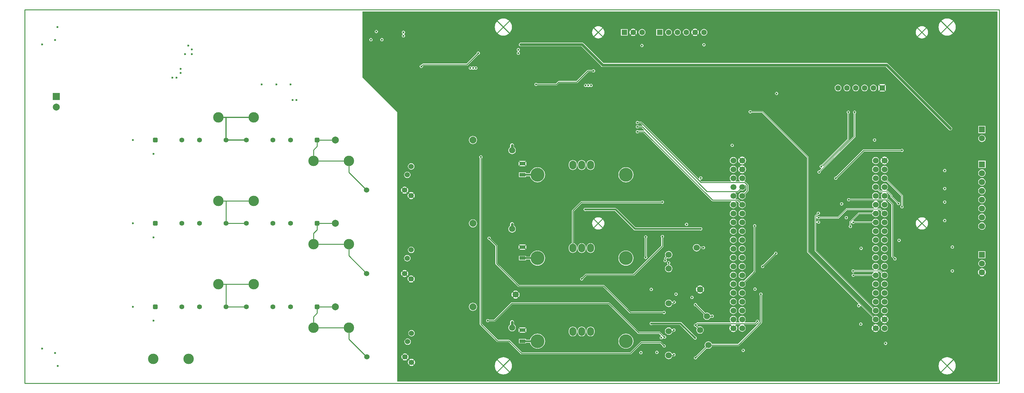
<source format=gbl>
G04 Layer_Physical_Order=4*
G04 Layer_Color=11796480*
%FSLAX43Y43*%
%MOMM*%
G71*
G01*
G75*
%ADD21C,2.000*%
%ADD23R,1.700X1.000*%
%ADD30C,0.250*%
%ADD32C,0.500*%
%ADD33C,0.200*%
%ADD34C,0.150*%
%ADD35C,0.750*%
%ADD36C,0.300*%
%ADD38C,0.254*%
%ADD39O,2.000X2.500*%
%ADD40C,3.000*%
%ADD41C,1.600*%
%ADD42R,1.600X1.600*%
%ADD43C,1.524*%
%ADD46C,1.700*%
%ADD47C,1.750*%
%ADD48R,1.750X1.750*%
%ADD49C,4.000*%
%ADD50R,2.000X2.000*%
%ADD51C,1.800*%
%ADD52R,1.800X1.800*%
%ADD53C,1.400*%
G04:AMPARAMS|DCode=54|XSize=1.4mm|YSize=1.4mm|CornerRadius=0.35mm|HoleSize=0mm|Usage=FLASHONLY|Rotation=180.000|XOffset=0mm|YOffset=0mm|HoleType=Round|Shape=RoundedRectangle|*
%AMROUNDEDRECTD54*
21,1,1.400,0.700,0,0,180.0*
21,1,0.700,1.400,0,0,180.0*
1,1,0.700,-0.350,0.350*
1,1,0.700,0.350,0.350*
1,1,0.700,0.350,-0.350*
1,1,0.700,-0.350,-0.350*
%
%ADD54ROUNDEDRECTD54*%
%ADD55C,0.600*%
G36*
X279500Y500D02*
X107000D01*
Y78000D01*
X97000Y88000D01*
Y107000D01*
X279500D01*
Y500D01*
D02*
G37*
%LPC*%
G36*
X183175Y42684D02*
X182999Y42649D01*
X182851Y42549D01*
X182751Y42401D01*
X182716Y42225D01*
X182751Y42049D01*
X182851Y41901D01*
X182895Y41871D01*
Y39591D01*
X174784Y31480D01*
X161200D01*
X161093Y31459D01*
X161002Y31398D01*
X160052Y30448D01*
X160000Y30459D01*
X159824Y30424D01*
X159676Y30324D01*
X159576Y30176D01*
X159541Y30000D01*
X159576Y29824D01*
X159676Y29676D01*
X159824Y29576D01*
X160000Y29541D01*
X160176Y29576D01*
X160324Y29676D01*
X160424Y29824D01*
X160459Y30000D01*
X160448Y30052D01*
X161316Y30920D01*
X174900D01*
X175007Y30941D01*
X175098Y31002D01*
X183373Y39277D01*
X183434Y39368D01*
X183455Y39475D01*
Y41871D01*
X183499Y41901D01*
X183599Y42049D01*
X183634Y42225D01*
X183599Y42401D01*
X183499Y42549D01*
X183351Y42649D01*
X183175Y42684D01*
D02*
G37*
G36*
X111000Y31025D02*
X110735Y30990D01*
X110488Y30887D01*
X110377Y30803D01*
X111000Y30180D01*
X111623Y30803D01*
X111512Y30887D01*
X111265Y30990D01*
X111000Y31025D01*
D02*
G37*
G36*
X275000Y31740D02*
X274296Y31037D01*
X274431Y30934D01*
X274705Y30820D01*
X275000Y30781D01*
X275295Y30820D01*
X275569Y30934D01*
X275704Y31037D01*
X275000Y31740D01*
D02*
G37*
G36*
X109120Y31390D02*
X108497Y30767D01*
X108608Y30683D01*
X108855Y30580D01*
X109120Y30545D01*
X109385Y30580D01*
X109632Y30683D01*
X109743Y30767D01*
X109120Y31390D01*
D02*
G37*
G36*
X209700Y45759D02*
X209524Y45724D01*
X209376Y45624D01*
X209276Y45476D01*
X209241Y45300D01*
X209276Y45124D01*
X209376Y44976D01*
X209420Y44946D01*
Y32256D01*
X206585Y29421D01*
X206361Y29514D01*
X206100Y29549D01*
X205839Y29514D01*
X205596Y29413D01*
X205387Y29253D01*
X205227Y29044D01*
X205126Y28801D01*
X205091Y28540D01*
X205126Y28279D01*
X205227Y28036D01*
X205387Y27827D01*
X205596Y27667D01*
X205839Y27566D01*
X206100Y27531D01*
X206361Y27566D01*
X206604Y27667D01*
X206813Y27827D01*
X206973Y28036D01*
X207074Y28279D01*
X207109Y28540D01*
X207074Y28801D01*
X206982Y29025D01*
X209898Y31942D01*
X209959Y32033D01*
X209980Y32140D01*
Y44946D01*
X210024Y44976D01*
X210124Y45124D01*
X210159Y45300D01*
X210124Y45476D01*
X210024Y45624D01*
X209876Y45724D01*
X209700Y45759D01*
D02*
G37*
G36*
X110197Y30623D02*
X110113Y30512D01*
X110010Y30265D01*
X109975Y30000D01*
X110010Y29735D01*
X110113Y29488D01*
X110197Y29377D01*
X110820Y30000D01*
X110197Y30623D01*
D02*
G37*
G36*
X206100Y32089D02*
X205839Y32054D01*
X205596Y31953D01*
X205387Y31793D01*
X205227Y31584D01*
X205126Y31341D01*
X205091Y31080D01*
X205126Y30819D01*
X205227Y30576D01*
X205387Y30367D01*
X205596Y30206D01*
X205839Y30106D01*
X206100Y30071D01*
X206361Y30106D01*
X206604Y30206D01*
X206813Y30367D01*
X206973Y30576D01*
X207074Y30819D01*
X207109Y31080D01*
X207074Y31341D01*
X206973Y31584D01*
X206813Y31793D01*
X206604Y31953D01*
X206361Y32054D01*
X206100Y32089D01*
D02*
G37*
G36*
X203560D02*
X203299Y32054D01*
X203056Y31953D01*
X202847Y31793D01*
X202686Y31584D01*
X202586Y31341D01*
X202551Y31080D01*
X202586Y30819D01*
X202686Y30576D01*
X202847Y30367D01*
X203056Y30206D01*
X203299Y30106D01*
X203560Y30071D01*
X203821Y30106D01*
X204064Y30206D01*
X204273Y30367D01*
X204433Y30576D01*
X204534Y30819D01*
X204569Y31080D01*
X204534Y31341D01*
X204433Y31584D01*
X204273Y31793D01*
X204064Y31953D01*
X203821Y32054D01*
X203560Y32089D01*
D02*
G37*
G36*
X266500Y32759D02*
X266324Y32724D01*
X266176Y32624D01*
X266076Y32476D01*
X266041Y32300D01*
X266076Y32124D01*
X266176Y31976D01*
X266324Y31876D01*
X266500Y31841D01*
X266676Y31876D01*
X266824Y31976D01*
X266924Y32124D01*
X266959Y32300D01*
X266924Y32476D01*
X266824Y32624D01*
X266676Y32724D01*
X266500Y32759D01*
D02*
G37*
G36*
X109120Y32595D02*
X108855Y32560D01*
X108608Y32457D01*
X108497Y32373D01*
X109120Y31750D01*
X109743Y32373D01*
X109632Y32457D01*
X109385Y32560D01*
X109120Y32595D01*
D02*
G37*
G36*
X275000Y33059D02*
X274705Y33020D01*
X274431Y32906D01*
X274296Y32803D01*
X275000Y32100D01*
X275704Y32803D01*
X275569Y32906D01*
X275295Y33020D01*
X275000Y33059D01*
D02*
G37*
G36*
X185000Y35109D02*
X184824Y35074D01*
X184676Y34974D01*
X184576Y34826D01*
X184541Y34650D01*
X184576Y34474D01*
X184676Y34326D01*
X184720Y34296D01*
Y34020D01*
X184470Y33917D01*
X184251Y33749D01*
X184083Y33530D01*
X183977Y33274D01*
X183941Y33000D01*
X183977Y32726D01*
X184083Y32470D01*
X184251Y32251D01*
X184470Y32083D01*
X184726Y31977D01*
X185000Y31941D01*
X185274Y31977D01*
X185530Y32083D01*
X185749Y32251D01*
X185917Y32470D01*
X186023Y32726D01*
X186059Y33000D01*
X186023Y33274D01*
X185917Y33530D01*
X185749Y33749D01*
X185530Y33917D01*
X185280Y34020D01*
Y34296D01*
X185324Y34326D01*
X185424Y34474D01*
X185459Y34650D01*
X185424Y34826D01*
X185324Y34974D01*
X185176Y35074D01*
X185000Y35109D01*
D02*
G37*
G36*
X108317Y32193D02*
X108233Y32082D01*
X108130Y31835D01*
X108095Y31570D01*
X108130Y31305D01*
X108233Y31058D01*
X108317Y30947D01*
X108940Y31570D01*
X108317Y32193D01*
D02*
G37*
G36*
X109923Y32193D02*
X109300Y31570D01*
X109923Y30947D01*
X110007Y31058D01*
X110110Y31305D01*
X110145Y31570D01*
X110110Y31835D01*
X110007Y32082D01*
X109923Y32193D01*
D02*
G37*
G36*
X275883Y32624D02*
X275180Y31920D01*
X275883Y31216D01*
X275986Y31351D01*
X276100Y31625D01*
X276139Y31920D01*
X276100Y32215D01*
X275986Y32489D01*
X275883Y32624D01*
D02*
G37*
G36*
X274117Y32624D02*
X274014Y32489D01*
X273900Y32215D01*
X273861Y31920D01*
X273900Y31625D01*
X274014Y31351D01*
X274117Y31216D01*
X274820Y31920D01*
X274117Y32624D01*
D02*
G37*
G36*
X111803Y30623D02*
X111180Y30000D01*
X111803Y29377D01*
X111887Y29488D01*
X111990Y29735D01*
X112025Y30000D01*
X111990Y30265D01*
X111887Y30512D01*
X111803Y30623D01*
D02*
G37*
G36*
X141000Y26664D02*
X140699Y26624D01*
X140418Y26508D01*
X140279Y26401D01*
X141000Y25680D01*
X141721Y26401D01*
X141582Y26508D01*
X141301Y26624D01*
X141000Y26664D01*
D02*
G37*
G36*
X187100Y26059D02*
X186924Y26024D01*
X186776Y25924D01*
X186676Y25776D01*
X186641Y25600D01*
X186676Y25424D01*
X186776Y25276D01*
X186924Y25176D01*
X187100Y25141D01*
X187276Y25176D01*
X187424Y25276D01*
X187524Y25424D01*
X187559Y25600D01*
X187524Y25776D01*
X187424Y25924D01*
X187276Y26024D01*
X187100Y26059D01*
D02*
G37*
G36*
X193099Y27721D02*
X192992Y27582D01*
X192876Y27301D01*
X192836Y27000D01*
X192876Y26699D01*
X192992Y26418D01*
X193099Y26279D01*
X193820Y27000D01*
X193099Y27721D01*
D02*
G37*
G36*
X194000Y26820D02*
X193279Y26099D01*
X193418Y25992D01*
X193699Y25876D01*
X194000Y25836D01*
X194301Y25876D01*
X194582Y25992D01*
X194721Y26099D01*
X194000Y26820D01*
D02*
G37*
G36*
X206100Y27009D02*
X205839Y26974D01*
X205596Y26873D01*
X205387Y26713D01*
X205227Y26504D01*
X205126Y26261D01*
X205091Y26000D01*
X205126Y25739D01*
X205227Y25496D01*
X205387Y25287D01*
X205596Y25126D01*
X205839Y25026D01*
X206100Y24991D01*
X206361Y25026D01*
X206604Y25126D01*
X206813Y25287D01*
X206973Y25496D01*
X207074Y25739D01*
X207109Y26000D01*
X207074Y26261D01*
X206973Y26504D01*
X206813Y26713D01*
X206604Y26873D01*
X206361Y26974D01*
X206100Y27009D01*
D02*
G37*
G36*
X203560D02*
X203299Y26974D01*
X203056Y26873D01*
X202847Y26713D01*
X202686Y26504D01*
X202586Y26261D01*
X202551Y26000D01*
X202586Y25739D01*
X202686Y25496D01*
X202847Y25287D01*
X203056Y25126D01*
X203299Y25026D01*
X203560Y24991D01*
X203821Y25026D01*
X204064Y25126D01*
X204273Y25287D01*
X204433Y25496D01*
X204534Y25739D01*
X204569Y26000D01*
X204534Y26261D01*
X204433Y26504D01*
X204273Y26713D01*
X204064Y26873D01*
X203821Y26974D01*
X203560Y27009D01*
D02*
G37*
G36*
X247000D02*
X246739Y26974D01*
X246496Y26873D01*
X246287Y26713D01*
X246126Y26504D01*
X246026Y26261D01*
X245991Y26000D01*
X246026Y25739D01*
X246126Y25496D01*
X246287Y25287D01*
X246496Y25126D01*
X246739Y25026D01*
X247000Y24991D01*
X247261Y25026D01*
X247504Y25126D01*
X247713Y25287D01*
X247873Y25496D01*
X247974Y25739D01*
X248009Y26000D01*
X247974Y26261D01*
X247873Y26504D01*
X247713Y26713D01*
X247504Y26873D01*
X247261Y26974D01*
X247000Y27009D01*
D02*
G37*
G36*
X244460D02*
X244199Y26974D01*
X243956Y26873D01*
X243747Y26713D01*
X243587Y26504D01*
X243486Y26261D01*
X243451Y26000D01*
X243486Y25739D01*
X243587Y25496D01*
X243747Y25287D01*
X243956Y25126D01*
X244199Y25026D01*
X244460Y24991D01*
X244721Y25026D01*
X244964Y25126D01*
X245173Y25287D01*
X245333Y25496D01*
X245434Y25739D01*
X245469Y26000D01*
X245434Y26261D01*
X245333Y26504D01*
X245173Y26713D01*
X244964Y26873D01*
X244721Y26974D01*
X244460Y27009D01*
D02*
G37*
G36*
Y29549D02*
X244199Y29514D01*
X243956Y29413D01*
X243747Y29253D01*
X243587Y29044D01*
X243486Y28801D01*
X243451Y28540D01*
X243486Y28279D01*
X243587Y28036D01*
X243747Y27827D01*
X243956Y27667D01*
X244199Y27566D01*
X244460Y27531D01*
X244721Y27566D01*
X244964Y27667D01*
X245173Y27827D01*
X245333Y28036D01*
X245434Y28279D01*
X245469Y28540D01*
X245434Y28801D01*
X245333Y29044D01*
X245173Y29253D01*
X244964Y29413D01*
X244721Y29514D01*
X244460Y29549D01*
D02*
G37*
G36*
X203560D02*
X203299Y29514D01*
X203056Y29413D01*
X202847Y29253D01*
X202686Y29044D01*
X202586Y28801D01*
X202551Y28540D01*
X202586Y28279D01*
X202686Y28036D01*
X202847Y27827D01*
X203056Y27667D01*
X203299Y27566D01*
X203560Y27531D01*
X203821Y27566D01*
X204064Y27667D01*
X204273Y27827D01*
X204433Y28036D01*
X204534Y28279D01*
X204569Y28540D01*
X204534Y28801D01*
X204433Y29044D01*
X204273Y29253D01*
X204064Y29413D01*
X203821Y29514D01*
X203560Y29549D01*
D02*
G37*
G36*
X111000Y29820D02*
X110377Y29197D01*
X110488Y29113D01*
X110735Y29010D01*
X111000Y28975D01*
X111265Y29010D01*
X111512Y29113D01*
X111623Y29197D01*
X111000Y29820D01*
D02*
G37*
G36*
X247000Y29549D02*
X246739Y29514D01*
X246496Y29413D01*
X246287Y29253D01*
X246126Y29044D01*
X246026Y28801D01*
X245991Y28540D01*
X246026Y28279D01*
X246126Y28036D01*
X246287Y27827D01*
X246496Y27667D01*
X246739Y27566D01*
X247000Y27531D01*
X247261Y27566D01*
X247504Y27667D01*
X247713Y27827D01*
X247873Y28036D01*
X247974Y28279D01*
X248009Y28540D01*
X247974Y28801D01*
X247873Y29044D01*
X247713Y29253D01*
X247504Y29413D01*
X247261Y29514D01*
X247000Y29549D01*
D02*
G37*
G36*
X180000Y27459D02*
X179824Y27424D01*
X179676Y27324D01*
X179576Y27176D01*
X179541Y27000D01*
X179576Y26824D01*
X179676Y26676D01*
X179824Y26576D01*
X180000Y26541D01*
X180176Y26576D01*
X180324Y26676D01*
X180424Y26824D01*
X180459Y27000D01*
X180424Y27176D01*
X180324Y27324D01*
X180176Y27424D01*
X180000Y27459D01*
D02*
G37*
G36*
X194901Y27721D02*
X194180Y27000D01*
X194901Y26279D01*
X195008Y26418D01*
X195124Y26699D01*
X195164Y27000D01*
X195124Y27301D01*
X195008Y27582D01*
X194901Y27721D01*
D02*
G37*
G36*
X194000Y28164D02*
X193699Y28124D01*
X193418Y28008D01*
X193279Y27901D01*
X194000Y27180D01*
X194721Y27901D01*
X194582Y28008D01*
X194301Y28124D01*
X194000Y28164D01*
D02*
G37*
G36*
X209800Y27559D02*
X209624Y27524D01*
X209476Y27424D01*
X209376Y27276D01*
X209341Y27100D01*
X209376Y26924D01*
X209476Y26776D01*
X209624Y26676D01*
X209800Y26641D01*
X209976Y26676D01*
X210124Y26776D01*
X210224Y26924D01*
X210259Y27100D01*
X210224Y27276D01*
X210124Y27424D01*
X209976Y27524D01*
X209800Y27559D01*
D02*
G37*
G36*
X244460Y34629D02*
X244199Y34594D01*
X243956Y34493D01*
X243747Y34333D01*
X243587Y34124D01*
X243486Y33881D01*
X243451Y33620D01*
X243486Y33359D01*
X243587Y33116D01*
X243747Y32907D01*
X243956Y32746D01*
X244057Y32704D01*
X244023Y32529D01*
X238388D01*
X238324Y32624D01*
X238176Y32724D01*
X238000Y32759D01*
X237824Y32724D01*
X237676Y32624D01*
X237576Y32476D01*
X237541Y32300D01*
X237576Y32124D01*
X237676Y31976D01*
X237824Y31876D01*
X238000Y31841D01*
X238176Y31876D01*
X238324Y31976D01*
X238388Y32071D01*
X243821D01*
X243880Y31896D01*
X243747Y31793D01*
X243587Y31584D01*
X243486Y31341D01*
X243482Y31309D01*
X238408D01*
X238344Y31404D01*
X238196Y31504D01*
X238020Y31539D01*
X237844Y31504D01*
X237696Y31404D01*
X237596Y31256D01*
X237561Y31080D01*
X237596Y30904D01*
X237696Y30756D01*
X237844Y30656D01*
X238020Y30621D01*
X238196Y30656D01*
X238344Y30756D01*
X238408Y30851D01*
X243482D01*
X243486Y30819D01*
X243587Y30576D01*
X243747Y30367D01*
X243956Y30206D01*
X244199Y30106D01*
X244460Y30071D01*
X244721Y30106D01*
X244964Y30206D01*
X245173Y30367D01*
X245333Y30576D01*
X245434Y30819D01*
X245469Y31080D01*
X245434Y31341D01*
X245333Y31584D01*
X245173Y31793D01*
X245040Y31896D01*
X245099Y32071D01*
X245685D01*
X246146Y31610D01*
X246126Y31584D01*
X246026Y31341D01*
X245991Y31080D01*
X246026Y30819D01*
X246126Y30576D01*
X246287Y30367D01*
X246496Y30206D01*
X246739Y30106D01*
X247000Y30071D01*
X247261Y30106D01*
X247504Y30206D01*
X247713Y30367D01*
X247873Y30576D01*
X247974Y30819D01*
X248009Y31080D01*
X247974Y31341D01*
X247873Y31584D01*
X247713Y31793D01*
X247504Y31953D01*
X247261Y32054D01*
X247000Y32089D01*
X246739Y32054D01*
X246496Y31953D01*
X246470Y31934D01*
X245942Y32462D01*
X245868Y32512D01*
X245780Y32529D01*
X244897D01*
X244863Y32704D01*
X244964Y32746D01*
X245173Y32907D01*
X245333Y33116D01*
X245434Y33359D01*
X245469Y33620D01*
X245434Y33881D01*
X245333Y34124D01*
X245173Y34333D01*
X244964Y34493D01*
X244721Y34594D01*
X244460Y34629D01*
D02*
G37*
G36*
X240300Y39259D02*
X240124Y39224D01*
X239976Y39124D01*
X239876Y38976D01*
X239841Y38800D01*
X239876Y38624D01*
X239976Y38476D01*
X240124Y38376D01*
X240300Y38341D01*
X240476Y38376D01*
X240624Y38476D01*
X240724Y38624D01*
X240759Y38800D01*
X240724Y38976D01*
X240624Y39124D01*
X240476Y39224D01*
X240300Y39259D01*
D02*
G37*
G36*
X247000Y39709D02*
X246739Y39674D01*
X246496Y39573D01*
X246287Y39413D01*
X246126Y39204D01*
X246026Y38961D01*
X245991Y38700D01*
X246026Y38439D01*
X246126Y38196D01*
X246287Y37987D01*
X246496Y37826D01*
X246739Y37726D01*
X247000Y37691D01*
X247261Y37726D01*
X247504Y37826D01*
X247713Y37987D01*
X247873Y38196D01*
X247974Y38439D01*
X248009Y38700D01*
X247974Y38961D01*
X247873Y39204D01*
X247713Y39413D01*
X247504Y39573D01*
X247261Y39674D01*
X247000Y39709D01*
D02*
G37*
G36*
X193000Y40059D02*
X192726Y40023D01*
X192470Y39917D01*
X192251Y39749D01*
X192083Y39530D01*
X191977Y39274D01*
X191941Y39000D01*
X191977Y38726D01*
X192083Y38470D01*
X192251Y38251D01*
X192470Y38083D01*
X192726Y37977D01*
X193000Y37941D01*
X193274Y37977D01*
X193530Y38083D01*
X193749Y38251D01*
X193917Y38470D01*
X194020Y38720D01*
X194646D01*
X194676Y38676D01*
X194824Y38576D01*
X195000Y38541D01*
X195176Y38576D01*
X195324Y38676D01*
X195424Y38824D01*
X195459Y39000D01*
X195424Y39176D01*
X195324Y39324D01*
X195176Y39424D01*
X195000Y39459D01*
X194824Y39424D01*
X194676Y39324D01*
X194646Y39280D01*
X194020D01*
X193917Y39530D01*
X193749Y39749D01*
X193530Y39917D01*
X193274Y40023D01*
X193000Y40059D01*
D02*
G37*
G36*
X143924Y39954D02*
X142076D01*
X142740Y39290D01*
X142650Y39200D01*
X142740Y39110D01*
X142076Y38446D01*
X143924D01*
X143260Y39110D01*
X143350Y39200D01*
X143260Y39290D01*
X143924Y39954D01*
D02*
G37*
G36*
X203560Y39709D02*
X203299Y39674D01*
X203056Y39573D01*
X202847Y39413D01*
X202686Y39204D01*
X202586Y38961D01*
X202551Y38700D01*
X202586Y38439D01*
X202686Y38196D01*
X202847Y37987D01*
X203056Y37826D01*
X203299Y37726D01*
X203560Y37691D01*
X203821Y37726D01*
X204064Y37826D01*
X204273Y37987D01*
X204433Y38196D01*
X204534Y38439D01*
X204569Y38700D01*
X204534Y38961D01*
X204433Y39204D01*
X204273Y39413D01*
X204064Y39573D01*
X203821Y39674D01*
X203560Y39709D01*
D02*
G37*
G36*
X162550Y40310D02*
X162250Y40270D01*
X161970Y40155D01*
X161730Y39970D01*
X161545Y39730D01*
X161430Y39450D01*
X161390Y39150D01*
Y38650D01*
X161430Y38350D01*
X161545Y38070D01*
X161730Y37830D01*
X161970Y37645D01*
X162250Y37530D01*
X162550Y37490D01*
X162850Y37530D01*
X163130Y37645D01*
X163370Y37830D01*
X163555Y38070D01*
X163670Y38350D01*
X163710Y38650D01*
Y39150D01*
X163670Y39450D01*
X163555Y39730D01*
X163370Y39970D01*
X163130Y40155D01*
X162850Y40270D01*
X162550Y40310D01*
D02*
G37*
G36*
X244460Y39709D02*
X244199Y39674D01*
X243956Y39573D01*
X243747Y39413D01*
X243587Y39204D01*
X243486Y38961D01*
X243451Y38700D01*
X243486Y38439D01*
X243587Y38196D01*
X243747Y37987D01*
X243956Y37826D01*
X244199Y37726D01*
X244460Y37691D01*
X244721Y37726D01*
X244964Y37826D01*
X245173Y37987D01*
X245333Y38196D01*
X245434Y38439D01*
X245469Y38700D01*
X245434Y38961D01*
X245333Y39204D01*
X245173Y39413D01*
X244964Y39573D01*
X244721Y39674D01*
X244460Y39709D01*
D02*
G37*
G36*
X206100D02*
X205839Y39674D01*
X205596Y39573D01*
X205387Y39413D01*
X205227Y39204D01*
X205126Y38961D01*
X205091Y38700D01*
X205126Y38439D01*
X205227Y38196D01*
X205387Y37987D01*
X205596Y37826D01*
X205839Y37726D01*
X206100Y37691D01*
X206361Y37726D01*
X206604Y37826D01*
X206813Y37987D01*
X206973Y38196D01*
X207074Y38439D01*
X207109Y38700D01*
X207074Y38961D01*
X206973Y39204D01*
X206813Y39413D01*
X206604Y39573D01*
X206361Y39674D01*
X206100Y39709D01*
D02*
G37*
G36*
X244460Y42249D02*
X244199Y42214D01*
X243956Y42113D01*
X243747Y41953D01*
X243587Y41744D01*
X243486Y41501D01*
X243451Y41240D01*
X243486Y40979D01*
X243587Y40736D01*
X243747Y40527D01*
X243956Y40367D01*
X244199Y40266D01*
X244460Y40231D01*
X244721Y40266D01*
X244964Y40367D01*
X245173Y40527D01*
X245333Y40736D01*
X245434Y40979D01*
X245469Y41240D01*
X245434Y41501D01*
X245333Y41744D01*
X245173Y41953D01*
X244964Y42113D01*
X244721Y42214D01*
X244460Y42249D01*
D02*
G37*
G36*
X206100D02*
X205839Y42214D01*
X205596Y42113D01*
X205387Y41953D01*
X205227Y41744D01*
X205126Y41501D01*
X205091Y41240D01*
X205126Y40979D01*
X205227Y40736D01*
X205387Y40527D01*
X205596Y40367D01*
X205839Y40266D01*
X206100Y40231D01*
X206361Y40266D01*
X206604Y40367D01*
X206813Y40527D01*
X206973Y40736D01*
X207074Y40979D01*
X207109Y41240D01*
X207074Y41501D01*
X206973Y41744D01*
X206813Y41953D01*
X206604Y42113D01*
X206361Y42214D01*
X206100Y42249D01*
D02*
G37*
G36*
X251200Y41559D02*
X251024Y41524D01*
X250876Y41424D01*
X250776Y41276D01*
X250741Y41100D01*
X250776Y40924D01*
X250876Y40776D01*
X251024Y40676D01*
X251200Y40641D01*
X251376Y40676D01*
X251524Y40776D01*
X251624Y40924D01*
X251659Y41100D01*
X251624Y41276D01*
X251524Y41424D01*
X251376Y41524D01*
X251200Y41559D01*
D02*
G37*
G36*
X247000Y42249D02*
X246739Y42214D01*
X246496Y42113D01*
X246287Y41953D01*
X246126Y41744D01*
X246026Y41501D01*
X245991Y41240D01*
X246026Y40979D01*
X246126Y40736D01*
X246287Y40527D01*
X246496Y40367D01*
X246739Y40266D01*
X247000Y40231D01*
X247261Y40266D01*
X247504Y40367D01*
X247713Y40527D01*
X247873Y40736D01*
X247974Y40979D01*
X248009Y41240D01*
X247974Y41501D01*
X247873Y41744D01*
X247713Y41953D01*
X247504Y42113D01*
X247261Y42214D01*
X247000Y42249D01*
D02*
G37*
G36*
X141896Y39774D02*
Y38626D01*
X142470Y39200D01*
X141896Y39774D01*
D02*
G37*
G36*
X144104Y39774D02*
X143530Y39200D01*
X144104Y38626D01*
Y39774D01*
D02*
G37*
G36*
X203560Y42249D02*
X203299Y42214D01*
X203056Y42113D01*
X202847Y41953D01*
X202686Y41744D01*
X202586Y41501D01*
X202551Y41240D01*
X202586Y40979D01*
X202686Y40736D01*
X202847Y40527D01*
X203056Y40367D01*
X203299Y40266D01*
X203560Y40231D01*
X203821Y40266D01*
X204064Y40367D01*
X204273Y40527D01*
X204433Y40736D01*
X204534Y40979D01*
X204569Y41240D01*
X204534Y41501D01*
X204433Y41744D01*
X204273Y41953D01*
X204064Y42113D01*
X203821Y42214D01*
X203560Y42249D01*
D02*
G37*
G36*
X266500Y39659D02*
X266324Y39624D01*
X266176Y39524D01*
X266076Y39376D01*
X266041Y39200D01*
X266076Y39024D01*
X266176Y38876D01*
X266324Y38776D01*
X266500Y38741D01*
X266676Y38776D01*
X266824Y38876D01*
X266924Y39024D01*
X266959Y39200D01*
X266924Y39376D01*
X266824Y39524D01*
X266676Y39624D01*
X266500Y39659D01*
D02*
G37*
G36*
X160000Y40310D02*
X159700Y40270D01*
X159420Y40155D01*
X159180Y39970D01*
X158995Y39730D01*
X158880Y39450D01*
X158840Y39150D01*
Y38650D01*
X158880Y38350D01*
X158995Y38070D01*
X159180Y37830D01*
X159420Y37645D01*
X159700Y37530D01*
X160000Y37490D01*
X160300Y37530D01*
X160580Y37645D01*
X160820Y37830D01*
X161005Y38070D01*
X161120Y38350D01*
X161160Y38650D01*
Y39150D01*
X161120Y39450D01*
X161005Y39730D01*
X160820Y39970D01*
X160580Y40155D01*
X160300Y40270D01*
X160000Y40310D01*
D02*
G37*
G36*
X109880Y36890D02*
X109642Y36859D01*
X109420Y36767D01*
X109230Y36620D01*
X109083Y36430D01*
X108991Y36208D01*
X108960Y35970D01*
X108991Y35732D01*
X109083Y35510D01*
X109230Y35320D01*
X109420Y35173D01*
X109642Y35081D01*
X109880Y35050D01*
X110118Y35081D01*
X110340Y35173D01*
X110530Y35320D01*
X110677Y35510D01*
X110769Y35732D01*
X110800Y35970D01*
X110769Y36208D01*
X110677Y36430D01*
X110530Y36620D01*
X110340Y36767D01*
X110118Y36859D01*
X109880Y36890D01*
D02*
G37*
G36*
X172700Y38160D02*
X172279Y38119D01*
X171873Y37996D01*
X171500Y37796D01*
X171172Y37528D01*
X170904Y37200D01*
X170704Y36827D01*
X170581Y36421D01*
X170540Y36000D01*
X170581Y35579D01*
X170704Y35173D01*
X170904Y34800D01*
X171172Y34472D01*
X171500Y34204D01*
X171873Y34004D01*
X172279Y33881D01*
X172700Y33840D01*
X173121Y33881D01*
X173527Y34004D01*
X173900Y34204D01*
X174228Y34472D01*
X174496Y34800D01*
X174696Y35173D01*
X174819Y35579D01*
X174860Y36000D01*
X174819Y36421D01*
X174696Y36827D01*
X174496Y37200D01*
X174228Y37528D01*
X173900Y37796D01*
X173527Y37996D01*
X173121Y38119D01*
X172700Y38160D01*
D02*
G37*
G36*
X206100Y37169D02*
X205839Y37134D01*
X205596Y37033D01*
X205387Y36873D01*
X205227Y36664D01*
X205126Y36421D01*
X205091Y36160D01*
X205126Y35899D01*
X205227Y35656D01*
X205387Y35447D01*
X205596Y35286D01*
X205839Y35186D01*
X206100Y35151D01*
X206361Y35186D01*
X206604Y35286D01*
X206813Y35447D01*
X206973Y35656D01*
X207074Y35899D01*
X207109Y36160D01*
X207074Y36421D01*
X206973Y36664D01*
X206813Y36873D01*
X206604Y37033D01*
X206361Y37134D01*
X206100Y37169D01*
D02*
G37*
G36*
X203560D02*
X203299Y37134D01*
X203056Y37033D01*
X202847Y36873D01*
X202686Y36664D01*
X202586Y36421D01*
X202551Y36160D01*
X202586Y35899D01*
X202686Y35656D01*
X202847Y35447D01*
X203056Y35286D01*
X203299Y35186D01*
X203560Y35151D01*
X203821Y35186D01*
X204064Y35286D01*
X204273Y35447D01*
X204433Y35656D01*
X204534Y35899D01*
X204569Y36160D01*
X204534Y36421D01*
X204433Y36664D01*
X204273Y36873D01*
X204064Y37033D01*
X203821Y37134D01*
X203560Y37169D01*
D02*
G37*
G36*
X206100Y34629D02*
X205839Y34594D01*
X205596Y34493D01*
X205387Y34333D01*
X205227Y34124D01*
X205126Y33881D01*
X205091Y33620D01*
X205126Y33359D01*
X205227Y33116D01*
X205387Y32907D01*
X205596Y32746D01*
X205839Y32646D01*
X206100Y32611D01*
X206361Y32646D01*
X206604Y32746D01*
X206813Y32907D01*
X206973Y33116D01*
X207074Y33359D01*
X207109Y33620D01*
X207074Y33881D01*
X206973Y34124D01*
X206813Y34333D01*
X206604Y34493D01*
X206361Y34594D01*
X206100Y34629D01*
D02*
G37*
G36*
X203560D02*
X203299Y34594D01*
X203056Y34493D01*
X202847Y34333D01*
X202686Y34124D01*
X202586Y33881D01*
X202551Y33620D01*
X202586Y33359D01*
X202686Y33116D01*
X202847Y32907D01*
X203056Y32746D01*
X203299Y32646D01*
X203560Y32611D01*
X203821Y32646D01*
X204064Y32746D01*
X204273Y32907D01*
X204433Y33116D01*
X204534Y33359D01*
X204569Y33620D01*
X204534Y33881D01*
X204433Y34124D01*
X204273Y34333D01*
X204064Y34493D01*
X203821Y34594D01*
X203560Y34629D01*
D02*
G37*
G36*
X275000Y35494D02*
X274732Y35459D01*
X274483Y35355D01*
X274269Y35191D01*
X274105Y34977D01*
X274001Y34728D01*
X273966Y34460D01*
X274001Y34192D01*
X274105Y33943D01*
X274269Y33729D01*
X274483Y33565D01*
X274732Y33461D01*
X275000Y33426D01*
X275268Y33461D01*
X275517Y33565D01*
X275731Y33729D01*
X275895Y33943D01*
X275999Y34192D01*
X276034Y34460D01*
X275999Y34728D01*
X275895Y34977D01*
X275731Y35191D01*
X275517Y35355D01*
X275268Y35459D01*
X275000Y35494D01*
D02*
G37*
G36*
X247000Y34629D02*
X246739Y34594D01*
X246496Y34493D01*
X246287Y34333D01*
X246126Y34124D01*
X246026Y33881D01*
X245991Y33620D01*
X246026Y33359D01*
X246126Y33116D01*
X246287Y32907D01*
X246496Y32746D01*
X246739Y32646D01*
X247000Y32611D01*
X247261Y32646D01*
X247504Y32746D01*
X247713Y32907D01*
X247873Y33116D01*
X247974Y33359D01*
X248009Y33620D01*
X247974Y33881D01*
X247873Y34124D01*
X247713Y34333D01*
X247504Y34493D01*
X247261Y34594D01*
X247000Y34629D01*
D02*
G37*
G36*
X147300Y38160D02*
X146879Y38119D01*
X146473Y37996D01*
X146100Y37796D01*
X145772Y37528D01*
X145504Y37200D01*
X145304Y36827D01*
X145181Y36421D01*
X145180Y36408D01*
X144000D01*
Y36650D01*
X142000D01*
Y35350D01*
X144000D01*
Y35592D01*
X145180D01*
X145181Y35579D01*
X145304Y35173D01*
X145504Y34800D01*
X145772Y34472D01*
X146100Y34204D01*
X146473Y34004D01*
X146879Y33881D01*
X147300Y33840D01*
X147721Y33881D01*
X148127Y34004D01*
X148500Y34204D01*
X148828Y34472D01*
X149096Y34800D01*
X149296Y35173D01*
X149419Y35579D01*
X149460Y36000D01*
X149419Y36421D01*
X149296Y36827D01*
X149096Y37200D01*
X148828Y37528D01*
X148500Y37796D01*
X148127Y37996D01*
X147721Y38119D01*
X147300Y38160D01*
D02*
G37*
G36*
X276025Y38025D02*
X273975D01*
Y35975D01*
X276025D01*
Y38025D01*
D02*
G37*
G36*
X111000Y39300D02*
X110762Y39269D01*
X110540Y39177D01*
X110350Y39030D01*
X110203Y38840D01*
X110111Y38618D01*
X110080Y38380D01*
X110111Y38142D01*
X110203Y37920D01*
X110350Y37730D01*
X110540Y37583D01*
X110762Y37491D01*
X111000Y37460D01*
X111238Y37491D01*
X111460Y37583D01*
X111650Y37730D01*
X111797Y37920D01*
X111889Y38142D01*
X111920Y38380D01*
X111889Y38618D01*
X111797Y38840D01*
X111650Y39030D01*
X111460Y39177D01*
X111238Y39269D01*
X111000Y39300D01*
D02*
G37*
G36*
X215760Y37859D02*
X215584Y37824D01*
X215436Y37724D01*
X215336Y37576D01*
X215301Y37400D01*
X215312Y37348D01*
X212032Y34068D01*
X211980Y34079D01*
X211804Y34044D01*
X211656Y33944D01*
X211556Y33796D01*
X211521Y33620D01*
X211556Y33444D01*
X211656Y33296D01*
X211804Y33196D01*
X211980Y33161D01*
X212156Y33196D01*
X212304Y33296D01*
X212404Y33444D01*
X212439Y33620D01*
X212428Y33672D01*
X215708Y36952D01*
X215760Y36941D01*
X215936Y36976D01*
X216084Y37076D01*
X216184Y37224D01*
X216219Y37400D01*
X216184Y37576D01*
X216084Y37724D01*
X215936Y37824D01*
X215760Y37859D01*
D02*
G37*
G36*
X247000Y37169D02*
X246739Y37134D01*
X246496Y37033D01*
X246287Y36873D01*
X246126Y36664D01*
X246026Y36421D01*
X245991Y36160D01*
X246026Y35899D01*
X246126Y35656D01*
X246287Y35447D01*
X246496Y35286D01*
X246739Y35186D01*
X247000Y35151D01*
X247261Y35186D01*
X247504Y35286D01*
X247713Y35447D01*
X247873Y35656D01*
X247974Y35899D01*
X248009Y36160D01*
X247974Y36421D01*
X247873Y36664D01*
X247713Y36873D01*
X247504Y37033D01*
X247261Y37134D01*
X247000Y37169D01*
D02*
G37*
G36*
X244460D02*
X244199Y37134D01*
X243956Y37033D01*
X243747Y36873D01*
X243587Y36664D01*
X243486Y36421D01*
X243451Y36160D01*
X243486Y35899D01*
X243587Y35656D01*
X243747Y35447D01*
X243956Y35286D01*
X244199Y35186D01*
X244460Y35151D01*
X244721Y35186D01*
X244964Y35286D01*
X245173Y35447D01*
X245333Y35656D01*
X245434Y35899D01*
X245469Y36160D01*
X245434Y36421D01*
X245333Y36664D01*
X245173Y36873D01*
X244964Y37033D01*
X244721Y37134D01*
X244460Y37169D01*
D02*
G37*
G36*
X185000Y38059D02*
X184726Y38023D01*
X184470Y37917D01*
X184251Y37749D01*
X184083Y37530D01*
X183977Y37274D01*
X183941Y37000D01*
X183977Y36726D01*
X184080Y36477D01*
X183802Y36198D01*
X183741Y36107D01*
X183720Y36000D01*
Y35654D01*
X183676Y35624D01*
X183576Y35476D01*
X183541Y35300D01*
X183576Y35124D01*
X183676Y34976D01*
X183824Y34876D01*
X184000Y34841D01*
X184176Y34876D01*
X184324Y34976D01*
X184424Y35124D01*
X184459Y35300D01*
X184424Y35476D01*
X184324Y35624D01*
X184280Y35654D01*
Y35884D01*
X184477Y36080D01*
X184726Y35977D01*
X185000Y35941D01*
X185274Y35977D01*
X185530Y36083D01*
X185749Y36251D01*
X185917Y36470D01*
X186023Y36726D01*
X186059Y37000D01*
X186023Y37274D01*
X185917Y37530D01*
X185749Y37749D01*
X185530Y37917D01*
X185274Y38023D01*
X185000Y38059D01*
D02*
G37*
G36*
X178400Y42559D02*
X178224Y42524D01*
X178076Y42424D01*
X177976Y42276D01*
X177941Y42100D01*
X177976Y41924D01*
X178076Y41776D01*
X178120Y41746D01*
Y36554D01*
X178076Y36524D01*
X177976Y36376D01*
X177941Y36200D01*
X177976Y36024D01*
X178076Y35876D01*
X178224Y35776D01*
X178400Y35741D01*
X178576Y35776D01*
X178724Y35876D01*
X178824Y36024D01*
X178859Y36200D01*
X178824Y36376D01*
X178724Y36524D01*
X178680Y36554D01*
Y41746D01*
X178724Y41776D01*
X178824Y41924D01*
X178859Y42100D01*
X178824Y42276D01*
X178724Y42424D01*
X178576Y42524D01*
X178400Y42559D01*
D02*
G37*
G36*
X247330Y11929D02*
X247154Y11894D01*
X247006Y11794D01*
X246906Y11646D01*
X246871Y11470D01*
X246906Y11294D01*
X247006Y11146D01*
X247154Y11046D01*
X247330Y11011D01*
X247506Y11046D01*
X247654Y11146D01*
X247754Y11294D01*
X247789Y11470D01*
X247754Y11646D01*
X247654Y11794D01*
X247506Y11894D01*
X247330Y11929D01*
D02*
G37*
G36*
X131025Y65584D02*
X130849Y65549D01*
X130701Y65449D01*
X130601Y65301D01*
X130566Y65125D01*
X130601Y64949D01*
X130701Y64801D01*
X130745Y64771D01*
Y16975D01*
X130766Y16868D01*
X130827Y16777D01*
X135602Y12002D01*
X135693Y11941D01*
X135800Y11920D01*
X135800Y11920D01*
X138984D01*
X142502Y8402D01*
X142593Y8341D01*
X142700Y8320D01*
X174000D01*
X174107Y8341D01*
X174198Y8402D01*
X177216Y11420D01*
X182584D01*
X183222Y10782D01*
X183211Y10730D01*
X183246Y10554D01*
X183346Y10406D01*
X183494Y10306D01*
X183670Y10271D01*
X183846Y10306D01*
X183994Y10406D01*
X184094Y10554D01*
X184129Y10730D01*
X184094Y10906D01*
X183994Y11054D01*
X183846Y11154D01*
X183670Y11189D01*
X183618Y11178D01*
X182898Y11898D01*
X182807Y11959D01*
X182700Y11980D01*
X177100D01*
X176993Y11959D01*
X176902Y11898D01*
X173884Y8880D01*
X142816D01*
X139298Y12398D01*
X139207Y12459D01*
X139100Y12480D01*
X135916D01*
X131305Y17091D01*
Y64771D01*
X131349Y64801D01*
X131449Y64949D01*
X131484Y65125D01*
X131449Y65301D01*
X131349Y65449D01*
X131201Y65549D01*
X131025Y65584D01*
D02*
G37*
G36*
X211500Y26059D02*
X211324Y26024D01*
X211176Y25924D01*
X211076Y25776D01*
X211041Y25600D01*
X211076Y25424D01*
X211176Y25276D01*
X211220Y25246D01*
Y17616D01*
X204884Y11280D01*
X197420D01*
X197317Y11530D01*
X197149Y11749D01*
X196930Y11917D01*
X196674Y12023D01*
X196400Y12059D01*
X196126Y12023D01*
X195870Y11917D01*
X195651Y11749D01*
X195483Y11530D01*
X195377Y11274D01*
X195341Y11000D01*
X195377Y10726D01*
X195480Y10477D01*
X192752Y7748D01*
X192700Y7759D01*
X192524Y7724D01*
X192376Y7624D01*
X192276Y7476D01*
X192241Y7300D01*
X192276Y7124D01*
X192376Y6976D01*
X192524Y6876D01*
X192700Y6841D01*
X192876Y6876D01*
X193024Y6976D01*
X193124Y7124D01*
X193159Y7300D01*
X193148Y7352D01*
X195877Y10080D01*
X196126Y9977D01*
X196400Y9941D01*
X196674Y9977D01*
X196930Y10083D01*
X197149Y10251D01*
X197317Y10470D01*
X197420Y10720D01*
X205000D01*
X205107Y10741D01*
X205198Y10802D01*
X211698Y17302D01*
X211759Y17393D01*
X211780Y17500D01*
Y25246D01*
X211824Y25276D01*
X211924Y25424D01*
X211959Y25600D01*
X211924Y25776D01*
X211824Y25924D01*
X211676Y26024D01*
X211500Y26059D01*
D02*
G37*
G36*
X109980Y12890D02*
X109742Y12859D01*
X109520Y12767D01*
X109330Y12620D01*
X109183Y12430D01*
X109091Y12208D01*
X109060Y11970D01*
X109091Y11732D01*
X109183Y11510D01*
X109330Y11320D01*
X109520Y11173D01*
X109742Y11081D01*
X109980Y11050D01*
X110218Y11081D01*
X110440Y11173D01*
X110630Y11320D01*
X110777Y11510D01*
X110869Y11732D01*
X110900Y11970D01*
X110869Y12208D01*
X110777Y12430D01*
X110630Y12620D01*
X110440Y12767D01*
X110218Y12859D01*
X109980Y12890D01*
D02*
G37*
G36*
X181600Y9359D02*
X181424Y9324D01*
X181276Y9224D01*
X181176Y9076D01*
X181141Y8900D01*
X181176Y8724D01*
X181276Y8576D01*
X181424Y8476D01*
X181600Y8441D01*
X181776Y8476D01*
X181924Y8576D01*
X182024Y8724D01*
X182059Y8900D01*
X182024Y9076D01*
X181924Y9224D01*
X181776Y9324D01*
X181600Y9359D01*
D02*
G37*
G36*
X177000Y9259D02*
X176824Y9224D01*
X176676Y9124D01*
X176576Y8976D01*
X176541Y8800D01*
X176576Y8624D01*
X176676Y8476D01*
X176824Y8376D01*
X177000Y8341D01*
X177176Y8376D01*
X177324Y8476D01*
X177424Y8624D01*
X177459Y8800D01*
X177424Y8976D01*
X177324Y9124D01*
X177176Y9224D01*
X177000Y9259D01*
D02*
G37*
G36*
X172700Y14260D02*
X172279Y14219D01*
X171873Y14096D01*
X171500Y13896D01*
X171172Y13628D01*
X170904Y13300D01*
X170704Y12927D01*
X170581Y12521D01*
X170540Y12100D01*
X170581Y11679D01*
X170704Y11273D01*
X170904Y10900D01*
X171172Y10572D01*
X171500Y10304D01*
X171873Y10104D01*
X172279Y9981D01*
X172700Y9940D01*
X173121Y9981D01*
X173527Y10104D01*
X173900Y10304D01*
X174228Y10572D01*
X174496Y10900D01*
X174696Y11273D01*
X174819Y11679D01*
X174860Y12100D01*
X174819Y12521D01*
X174696Y12927D01*
X174496Y13300D01*
X174228Y13628D01*
X173900Y13896D01*
X173527Y14096D01*
X173121Y14219D01*
X172700Y14260D01*
D02*
G37*
G36*
X206430Y9889D02*
X206254Y9854D01*
X206106Y9754D01*
X206006Y9606D01*
X205971Y9430D01*
X206006Y9254D01*
X206106Y9106D01*
X206254Y9006D01*
X206430Y8971D01*
X206606Y9006D01*
X206754Y9106D01*
X206854Y9254D01*
X206889Y9430D01*
X206854Y9606D01*
X206754Y9754D01*
X206606Y9854D01*
X206430Y9889D01*
D02*
G37*
G36*
X160000Y16310D02*
X159700Y16270D01*
X159420Y16155D01*
X159180Y15970D01*
X158995Y15730D01*
X158880Y15450D01*
X158840Y15150D01*
Y14650D01*
X158880Y14350D01*
X158995Y14070D01*
X159180Y13830D01*
X159420Y13645D01*
X159700Y13530D01*
X160000Y13490D01*
X160300Y13530D01*
X160580Y13645D01*
X160820Y13830D01*
X161005Y14070D01*
X161120Y14350D01*
X161160Y14650D01*
Y15150D01*
X161120Y15450D01*
X161005Y15730D01*
X160820Y15970D01*
X160580Y16155D01*
X160300Y16270D01*
X160000Y16310D01*
D02*
G37*
G36*
X157450D02*
X157150Y16270D01*
X156870Y16155D01*
X156630Y15970D01*
X156445Y15730D01*
X156330Y15450D01*
X156290Y15150D01*
Y14650D01*
X156330Y14350D01*
X156445Y14070D01*
X156630Y13830D01*
X156870Y13645D01*
X157150Y13530D01*
X157450Y13490D01*
X157750Y13530D01*
X158030Y13645D01*
X158270Y13830D01*
X158455Y14070D01*
X158570Y14350D01*
X158610Y14650D01*
Y15150D01*
X158570Y15450D01*
X158455Y15730D01*
X158270Y15970D01*
X158030Y16155D01*
X157750Y16270D01*
X157450Y16310D01*
D02*
G37*
G36*
X143924Y16054D02*
X142076D01*
X142740Y15390D01*
X142650Y15300D01*
X142740Y15210D01*
X142076Y14546D01*
X143924D01*
X143260Y15210D01*
X143350Y15300D01*
X143260Y15390D01*
X143924Y16054D01*
D02*
G37*
G36*
X162550Y16310D02*
X162250Y16270D01*
X161970Y16155D01*
X161730Y15970D01*
X161545Y15730D01*
X161430Y15450D01*
X161390Y15150D01*
Y14650D01*
X161430Y14350D01*
X161545Y14070D01*
X161730Y13830D01*
X161970Y13645D01*
X162250Y13530D01*
X162550Y13490D01*
X162850Y13530D01*
X163130Y13645D01*
X163370Y13830D01*
X163555Y14070D01*
X163670Y14350D01*
X163710Y14650D01*
Y15150D01*
X163670Y15450D01*
X163555Y15730D01*
X163370Y15970D01*
X163130Y16155D01*
X162850Y16270D01*
X162550Y16310D01*
D02*
G37*
G36*
X180000Y17659D02*
X179824Y17624D01*
X179676Y17524D01*
X179576Y17376D01*
X179541Y17200D01*
X179576Y17024D01*
X179676Y16876D01*
X179824Y16776D01*
X180000Y16741D01*
X180176Y16776D01*
X180200Y16792D01*
X188231D01*
X192170Y12853D01*
X192176Y12824D01*
X192276Y12676D01*
X192424Y12576D01*
X192600Y12541D01*
X192776Y12576D01*
X192924Y12676D01*
X193024Y12824D01*
X193059Y13000D01*
X193024Y13176D01*
X192924Y13324D01*
X192776Y13424D01*
X192747Y13430D01*
X188688Y17488D01*
X188556Y17577D01*
X188400Y17608D01*
X188400Y17608D01*
X180200D01*
X180176Y17624D01*
X180000Y17659D01*
D02*
G37*
G36*
X147300Y14260D02*
X146879Y14219D01*
X146473Y14096D01*
X146100Y13896D01*
X145772Y13628D01*
X145504Y13300D01*
X145304Y12927D01*
X145181Y12521D01*
X145180Y12508D01*
X144000D01*
Y12750D01*
X142000D01*
Y11450D01*
X144000D01*
Y11692D01*
X145180D01*
X145181Y11679D01*
X145304Y11273D01*
X145504Y10900D01*
X145772Y10572D01*
X146100Y10304D01*
X146473Y10104D01*
X146879Y9981D01*
X147300Y9940D01*
X147721Y9981D01*
X148127Y10104D01*
X148500Y10304D01*
X148828Y10572D01*
X149096Y10900D01*
X149296Y11273D01*
X149419Y11679D01*
X149460Y12100D01*
X149419Y12521D01*
X149296Y12927D01*
X149096Y13300D01*
X148828Y13628D01*
X148500Y13896D01*
X148127Y14096D01*
X147721Y14219D01*
X147300Y14260D01*
D02*
G37*
G36*
X111100Y15300D02*
X110862Y15269D01*
X110640Y15177D01*
X110450Y15030D01*
X110303Y14840D01*
X110211Y14618D01*
X110180Y14380D01*
X110211Y14142D01*
X110303Y13920D01*
X110450Y13730D01*
X110640Y13583D01*
X110862Y13491D01*
X111100Y13460D01*
X111338Y13491D01*
X111560Y13583D01*
X111750Y13730D01*
X111897Y13920D01*
X111989Y14142D01*
X112020Y14380D01*
X111989Y14618D01*
X111897Y14840D01*
X111750Y15030D01*
X111560Y15177D01*
X111338Y15269D01*
X111100Y15300D01*
D02*
G37*
G36*
X167800Y23280D02*
X139900D01*
X139793Y23259D01*
X139702Y23198D01*
X134784Y18280D01*
X133354D01*
X133324Y18324D01*
X133176Y18424D01*
X133000Y18459D01*
X132824Y18424D01*
X132676Y18324D01*
X132576Y18176D01*
X132541Y18000D01*
X132576Y17824D01*
X132676Y17676D01*
X132824Y17576D01*
X133000Y17541D01*
X133176Y17576D01*
X133324Y17676D01*
X133354Y17720D01*
X134900D01*
X135007Y17741D01*
X135098Y17802D01*
X140016Y22720D01*
X167684D01*
X176102Y14302D01*
X176193Y14241D01*
X176300Y14220D01*
X182284D01*
X182788Y13715D01*
X182731Y13525D01*
X182724Y13524D01*
X182576Y13424D01*
X182476Y13276D01*
X182441Y13100D01*
X182476Y12924D01*
X182576Y12776D01*
X182724Y12676D01*
X182900Y12641D01*
X183076Y12676D01*
X183224Y12776D01*
X183312Y12906D01*
X183374Y12932D01*
X183508Y12954D01*
X183624Y12876D01*
X183800Y12841D01*
X183976Y12876D01*
X184124Y12976D01*
X184224Y13124D01*
X184259Y13300D01*
X184224Y13476D01*
X184124Y13624D01*
X183976Y13724D01*
X183800Y13759D01*
X183624Y13724D01*
X183593Y13703D01*
X182598Y14698D01*
X182507Y14759D01*
X182400Y14780D01*
X176416D01*
X167998Y23198D01*
X167907Y23259D01*
X167800Y23280D01*
D02*
G37*
G36*
X109220Y8595D02*
X108955Y8560D01*
X108708Y8457D01*
X108597Y8373D01*
X109220Y7750D01*
X109843Y8373D01*
X109732Y8457D01*
X109485Y8560D01*
X109220Y8595D01*
D02*
G37*
G36*
X135675Y6645D02*
X135450Y6370D01*
X135222Y5944D01*
X135082Y5481D01*
X135034Y5000D01*
X135082Y4519D01*
X135222Y4056D01*
X135450Y3630D01*
X135675Y3355D01*
X137320Y5000D01*
X135675Y6645D01*
D02*
G37*
G36*
X139325Y6645D02*
X137680Y5000D01*
X139325Y3355D01*
X139550Y3630D01*
X139778Y4056D01*
X139918Y4519D01*
X139966Y5000D01*
X139918Y5481D01*
X139778Y5944D01*
X139550Y6370D01*
X139325Y6645D01*
D02*
G37*
G36*
X265000Y7466D02*
X264519Y7418D01*
X264056Y7278D01*
X263630Y7050D01*
X263355Y6825D01*
X265000Y5180D01*
X266645Y6825D01*
X266370Y7050D01*
X265944Y7278D01*
X265481Y7418D01*
X265000Y7466D01*
D02*
G37*
G36*
X111100Y5820D02*
X110477Y5197D01*
X110588Y5113D01*
X110835Y5010D01*
X111100Y4975D01*
X111365Y5010D01*
X111612Y5113D01*
X111723Y5197D01*
X111100Y5820D01*
D02*
G37*
G36*
X137500Y4820D02*
X135855Y3175D01*
X136130Y2950D01*
X136556Y2722D01*
X137019Y2582D01*
X137500Y2534D01*
X137981Y2582D01*
X138444Y2722D01*
X138870Y2950D01*
X139145Y3175D01*
X137500Y4820D01*
D02*
G37*
G36*
X265000Y4820D02*
X263355Y3175D01*
X263630Y2950D01*
X264056Y2722D01*
X264519Y2581D01*
X265000Y2534D01*
X265481Y2581D01*
X265944Y2722D01*
X266370Y2950D01*
X266645Y3175D01*
X265000Y4820D01*
D02*
G37*
G36*
X266825Y6645D02*
X265180Y5000D01*
X266825Y3355D01*
X267050Y3630D01*
X267278Y4056D01*
X267418Y4519D01*
X267466Y5000D01*
X267418Y5481D01*
X267278Y5944D01*
X267050Y6370D01*
X266825Y6645D01*
D02*
G37*
G36*
X263175Y6645D02*
X262950Y6370D01*
X262722Y5944D01*
X262582Y5481D01*
X262534Y5000D01*
X262582Y4519D01*
X262722Y4056D01*
X262950Y3630D01*
X263175Y3355D01*
X264820Y5000D01*
X263175Y6645D01*
D02*
G37*
G36*
X108417Y8193D02*
X108333Y8082D01*
X108230Y7835D01*
X108195Y7570D01*
X108230Y7305D01*
X108333Y7058D01*
X108417Y6947D01*
X109040Y7570D01*
X108417Y8193D01*
D02*
G37*
G36*
X109220Y7390D02*
X108597Y6767D01*
X108708Y6683D01*
X108955Y6580D01*
X109220Y6545D01*
X109485Y6580D01*
X109732Y6683D01*
X109843Y6767D01*
X109220Y7390D01*
D02*
G37*
G36*
X185000Y9059D02*
X184726Y9023D01*
X184470Y8917D01*
X184251Y8749D01*
X184083Y8530D01*
X183977Y8274D01*
X183941Y8000D01*
X183977Y7726D01*
X184083Y7470D01*
X184251Y7251D01*
X184470Y7083D01*
X184726Y6977D01*
X185000Y6941D01*
X185274Y6977D01*
X185530Y7083D01*
X185749Y7251D01*
X185917Y7470D01*
X186020Y7720D01*
X186300D01*
X186407Y7741D01*
X186429Y7755D01*
X186500Y7741D01*
X186676Y7776D01*
X186824Y7876D01*
X186924Y8024D01*
X186959Y8200D01*
X186924Y8376D01*
X186824Y8524D01*
X186676Y8624D01*
X186500Y8659D01*
X186324Y8624D01*
X186176Y8524D01*
X186134Y8463D01*
X185937Y8482D01*
X185917Y8530D01*
X185749Y8749D01*
X185530Y8917D01*
X185274Y9023D01*
X185000Y9059D01*
D02*
G37*
G36*
X110023Y8193D02*
X109400Y7570D01*
X110023Y6947D01*
X110107Y7058D01*
X110210Y7305D01*
X110245Y7570D01*
X110210Y7835D01*
X110107Y8082D01*
X110023Y8193D01*
D02*
G37*
G36*
X111903Y6623D02*
X111280Y6000D01*
X111903Y5377D01*
X111987Y5488D01*
X112090Y5735D01*
X112125Y6000D01*
X112090Y6265D01*
X111987Y6512D01*
X111903Y6623D01*
D02*
G37*
G36*
X137500Y7466D02*
X137019Y7418D01*
X136556Y7278D01*
X136130Y7050D01*
X135855Y6825D01*
X137500Y5180D01*
X139145Y6825D01*
X138870Y7050D01*
X138444Y7278D01*
X137981Y7418D01*
X137500Y7466D01*
D02*
G37*
G36*
X111100Y7025D02*
X110835Y6990D01*
X110588Y6887D01*
X110477Y6803D01*
X111100Y6180D01*
X111723Y6803D01*
X111612Y6887D01*
X111365Y6990D01*
X111100Y7025D01*
D02*
G37*
G36*
X110297Y6623D02*
X110213Y6512D01*
X110110Y6265D01*
X110075Y6000D01*
X110110Y5735D01*
X110213Y5488D01*
X110297Y5377D01*
X110920Y6000D01*
X110297Y6623D01*
D02*
G37*
G36*
X144104Y15874D02*
X143530Y15300D01*
X144104Y14726D01*
Y15874D01*
D02*
G37*
G36*
X247000Y21929D02*
X246739Y21894D01*
X246496Y21793D01*
X246287Y21633D01*
X246126Y21424D01*
X246026Y21181D01*
X245991Y20920D01*
X246026Y20659D01*
X246126Y20416D01*
X246287Y20207D01*
X246496Y20046D01*
X246739Y19946D01*
X247000Y19911D01*
X247261Y19946D01*
X247504Y20046D01*
X247713Y20207D01*
X247873Y20416D01*
X247974Y20659D01*
X248009Y20920D01*
X247974Y21181D01*
X247873Y21424D01*
X247713Y21633D01*
X247504Y21793D01*
X247261Y21894D01*
X247000Y21929D01*
D02*
G37*
G36*
X206100D02*
X205839Y21894D01*
X205596Y21793D01*
X205387Y21633D01*
X205227Y21424D01*
X205126Y21181D01*
X205091Y20920D01*
X205126Y20659D01*
X205227Y20416D01*
X205387Y20207D01*
X205596Y20046D01*
X205839Y19946D01*
X206100Y19911D01*
X206361Y19946D01*
X206604Y20046D01*
X206813Y20207D01*
X206973Y20416D01*
X207074Y20659D01*
X207109Y20920D01*
X207074Y21181D01*
X206973Y21424D01*
X206813Y21633D01*
X206604Y21793D01*
X206361Y21894D01*
X206100Y21929D01*
D02*
G37*
G36*
X203560Y24469D02*
X203299Y24434D01*
X203056Y24333D01*
X202847Y24173D01*
X202686Y23964D01*
X202586Y23721D01*
X202551Y23460D01*
X202586Y23199D01*
X202686Y22956D01*
X202847Y22747D01*
X203056Y22587D01*
X203299Y22486D01*
X203560Y22451D01*
X203821Y22486D01*
X204064Y22587D01*
X204273Y22747D01*
X204433Y22956D01*
X204534Y23199D01*
X204569Y23460D01*
X204534Y23721D01*
X204433Y23964D01*
X204273Y24173D01*
X204064Y24333D01*
X203821Y24434D01*
X203560Y24469D01*
D02*
G37*
G36*
X128750Y23160D02*
X128450Y23120D01*
X128170Y23005D01*
X127930Y22820D01*
X127745Y22580D01*
X127630Y22300D01*
X127590Y22000D01*
X127630Y21700D01*
X127745Y21420D01*
X127930Y21180D01*
X128170Y20995D01*
X128450Y20880D01*
X128750Y20840D01*
X129050Y20880D01*
X129330Y20995D01*
X129570Y21180D01*
X129755Y21420D01*
X129870Y21700D01*
X129910Y22000D01*
X129870Y22300D01*
X129755Y22580D01*
X129570Y22820D01*
X129330Y23005D01*
X129050Y23120D01*
X128750Y23160D01*
D02*
G37*
G36*
X192700Y23059D02*
X192524Y23024D01*
X192376Y22924D01*
X192276Y22776D01*
X192241Y22600D01*
X192276Y22424D01*
X192376Y22276D01*
X192524Y22176D01*
X192700Y22141D01*
X192752Y22152D01*
X195080Y19823D01*
X194977Y19574D01*
X194941Y19300D01*
X194977Y19026D01*
X195083Y18770D01*
X195251Y18551D01*
X195470Y18383D01*
X195726Y18277D01*
X196000Y18241D01*
X196274Y18277D01*
X196530Y18383D01*
X196749Y18551D01*
X196917Y18770D01*
X196994Y18956D01*
X197169Y18975D01*
X197182Y18971D01*
X197324Y18876D01*
X197500Y18841D01*
X197676Y18876D01*
X197824Y18976D01*
X197924Y19124D01*
X197959Y19300D01*
X197924Y19476D01*
X197824Y19624D01*
X197676Y19724D01*
X197500Y19759D01*
X197324Y19724D01*
X197182Y19629D01*
X197169Y19625D01*
X196994Y19644D01*
X196917Y19830D01*
X196749Y20049D01*
X196530Y20217D01*
X196274Y20323D01*
X196000Y20359D01*
X195726Y20323D01*
X195477Y20220D01*
X193148Y22548D01*
X193159Y22600D01*
X193124Y22776D01*
X193024Y22924D01*
X192876Y23024D01*
X192700Y23059D01*
D02*
G37*
G36*
X247000Y19494D02*
X246712Y19456D01*
X246443Y19344D01*
X246314Y19245D01*
X247000Y18560D01*
X247686Y19245D01*
X247557Y19344D01*
X247288Y19456D01*
X247000Y19494D01*
D02*
G37*
G36*
X203560Y21929D02*
X203299Y21894D01*
X203056Y21793D01*
X202847Y21633D01*
X202686Y21424D01*
X202586Y21181D01*
X202551Y20920D01*
X202586Y20659D01*
X202686Y20416D01*
X202847Y20207D01*
X203056Y20046D01*
X203299Y19946D01*
X203560Y19911D01*
X203821Y19946D01*
X204064Y20046D01*
X204273Y20207D01*
X204433Y20416D01*
X204534Y20659D01*
X204569Y20920D01*
X204534Y21181D01*
X204433Y21424D01*
X204273Y21633D01*
X204064Y21793D01*
X203821Y21894D01*
X203560Y21929D01*
D02*
G37*
G36*
X133400Y42159D02*
X133224Y42124D01*
X133076Y42024D01*
X132976Y41876D01*
X132941Y41700D01*
X132976Y41524D01*
X133076Y41376D01*
X133224Y41276D01*
X133400Y41241D01*
X133452Y41252D01*
X135220Y39484D01*
Y34400D01*
X135241Y34293D01*
X135302Y34202D01*
X141702Y27802D01*
X141793Y27741D01*
X141900Y27720D01*
X166184D01*
X173737Y20167D01*
X173828Y20106D01*
X173935Y20085D01*
X183311D01*
X183341Y20041D01*
X183489Y19941D01*
X183665Y19906D01*
X183841Y19941D01*
X183989Y20041D01*
X184089Y20189D01*
X184124Y20365D01*
X184089Y20541D01*
X183989Y20689D01*
X183841Y20789D01*
X183665Y20824D01*
X183489Y20789D01*
X183341Y20689D01*
X183311Y20645D01*
X174051D01*
X166498Y28198D01*
X166407Y28259D01*
X166300Y28280D01*
X142016D01*
X135780Y34516D01*
Y39600D01*
X135759Y39707D01*
X135698Y39798D01*
X133848Y41648D01*
X133859Y41700D01*
X133824Y41876D01*
X133724Y42024D01*
X133576Y42124D01*
X133400Y42159D01*
D02*
G37*
G36*
X141000Y25320D02*
X140279Y24599D01*
X140418Y24492D01*
X140699Y24376D01*
X141000Y24336D01*
X141301Y24376D01*
X141582Y24492D01*
X141721Y24599D01*
X141000Y25320D01*
D02*
G37*
G36*
X191700Y25159D02*
X191524Y25124D01*
X191376Y25024D01*
X191276Y24876D01*
X191241Y24700D01*
X191276Y24524D01*
X191376Y24376D01*
X191524Y24276D01*
X191700Y24241D01*
X191876Y24276D01*
X192024Y24376D01*
X192124Y24524D01*
X192159Y24700D01*
X192124Y24876D01*
X192024Y25024D01*
X191876Y25124D01*
X191700Y25159D01*
D02*
G37*
G36*
X141901Y26221D02*
X141180Y25500D01*
X141901Y24779D01*
X142008Y24918D01*
X142124Y25199D01*
X142164Y25500D01*
X142124Y25801D01*
X142008Y26082D01*
X141901Y26221D01*
D02*
G37*
G36*
X140099D02*
X139992Y26082D01*
X139876Y25801D01*
X139836Y25500D01*
X139876Y25199D01*
X139992Y24918D01*
X140099Y24779D01*
X140820Y25500D01*
X140099Y26221D01*
D02*
G37*
G36*
X244460Y24469D02*
X244199Y24434D01*
X243956Y24333D01*
X243747Y24173D01*
X243587Y23964D01*
X243486Y23721D01*
X243451Y23460D01*
X243486Y23199D01*
X243587Y22956D01*
X243747Y22747D01*
X243956Y22587D01*
X244199Y22486D01*
X244460Y22451D01*
X244721Y22486D01*
X244964Y22587D01*
X245173Y22747D01*
X245333Y22956D01*
X245434Y23199D01*
X245469Y23460D01*
X245434Y23721D01*
X245333Y23964D01*
X245173Y24173D01*
X244964Y24333D01*
X244721Y24434D01*
X244460Y24469D01*
D02*
G37*
G36*
X206100D02*
X205839Y24434D01*
X205596Y24333D01*
X205387Y24173D01*
X205227Y23964D01*
X205126Y23721D01*
X205091Y23460D01*
X205126Y23199D01*
X205227Y22956D01*
X205387Y22747D01*
X205596Y22587D01*
X205839Y22486D01*
X206100Y22451D01*
X206361Y22486D01*
X206604Y22587D01*
X206813Y22747D01*
X206973Y22956D01*
X207074Y23199D01*
X207109Y23460D01*
X207074Y23721D01*
X206973Y23964D01*
X206813Y24173D01*
X206604Y24333D01*
X206361Y24434D01*
X206100Y24469D01*
D02*
G37*
G36*
X185000Y24059D02*
X184726Y24023D01*
X184470Y23917D01*
X184251Y23749D01*
X184083Y23530D01*
X183977Y23274D01*
X183941Y23000D01*
X183977Y22726D01*
X184083Y22470D01*
X184251Y22251D01*
X184470Y22083D01*
X184726Y21977D01*
X185000Y21941D01*
X185274Y21977D01*
X185530Y22083D01*
X185749Y22251D01*
X185917Y22470D01*
X186020Y22720D01*
X186300D01*
X186407Y22741D01*
X186498Y22802D01*
X186548Y22852D01*
X186600Y22841D01*
X186776Y22876D01*
X186924Y22976D01*
X187024Y23124D01*
X187059Y23300D01*
X187024Y23476D01*
X186924Y23624D01*
X186776Y23724D01*
X186600Y23759D01*
X186424Y23724D01*
X186276Y23624D01*
X186176Y23476D01*
X186161Y23399D01*
X185979Y23381D01*
X185917Y23530D01*
X185749Y23749D01*
X185530Y23917D01*
X185274Y24023D01*
X185000Y24059D01*
D02*
G37*
G36*
X247000Y24469D02*
X246739Y24434D01*
X246496Y24333D01*
X246287Y24173D01*
X246126Y23964D01*
X246026Y23721D01*
X245991Y23460D01*
X246026Y23199D01*
X246126Y22956D01*
X246287Y22747D01*
X246496Y22587D01*
X246739Y22486D01*
X247000Y22451D01*
X247261Y22486D01*
X247504Y22587D01*
X247713Y22747D01*
X247873Y22956D01*
X247974Y23199D01*
X248009Y23460D01*
X247974Y23721D01*
X247873Y23964D01*
X247713Y24173D01*
X247504Y24333D01*
X247261Y24434D01*
X247000Y24469D01*
D02*
G37*
G36*
X247865Y19066D02*
X247180Y18380D01*
X247865Y17694D01*
X247964Y17823D01*
X248076Y18092D01*
X248114Y18380D01*
X248076Y18668D01*
X247964Y18937D01*
X247865Y19066D01*
D02*
G37*
G36*
X140000Y18135D02*
X139795Y18095D01*
X139622Y17979D01*
X139505Y17805D01*
X139465Y17600D01*
Y16913D01*
X139251Y16749D01*
X139083Y16530D01*
X138977Y16274D01*
X138941Y16000D01*
X138977Y15726D01*
X139083Y15470D01*
X139251Y15251D01*
X139470Y15083D01*
X139726Y14977D01*
X140000Y14941D01*
X140274Y14977D01*
X140530Y15083D01*
X140749Y15251D01*
X140917Y15470D01*
X141023Y15726D01*
X141059Y16000D01*
X141023Y16274D01*
X140917Y16530D01*
X140749Y16749D01*
X140535Y16913D01*
Y17600D01*
X140495Y17805D01*
X140378Y17979D01*
X140205Y18095D01*
X140000Y18135D01*
D02*
G37*
G36*
X185000Y16059D02*
X184726Y16023D01*
X184470Y15917D01*
X184251Y15749D01*
X184083Y15530D01*
X183977Y15274D01*
X183941Y15000D01*
X183977Y14726D01*
X184083Y14470D01*
X184251Y14251D01*
X184470Y14083D01*
X184726Y13977D01*
X185000Y13941D01*
X185274Y13977D01*
X185530Y14083D01*
X185749Y14251D01*
X185917Y14470D01*
X186020Y14720D01*
X186200D01*
X186307Y14741D01*
X186398Y14802D01*
X186448Y14852D01*
X186500Y14841D01*
X186676Y14876D01*
X186824Y14976D01*
X186924Y15124D01*
X186959Y15300D01*
X186924Y15476D01*
X186824Y15624D01*
X186676Y15724D01*
X186500Y15759D01*
X186324Y15724D01*
X186176Y15624D01*
X186109Y15524D01*
X185938Y15522D01*
X185917Y15529D01*
X185917Y15530D01*
X185749Y15749D01*
X185530Y15917D01*
X185274Y16023D01*
X185000Y16059D01*
D02*
G37*
G36*
X204425Y16526D02*
X203740Y15840D01*
X204425Y15154D01*
X204524Y15283D01*
X204636Y15552D01*
X204674Y15840D01*
X204636Y16128D01*
X204524Y16397D01*
X204425Y16526D01*
D02*
G37*
G36*
X243595Y16526D02*
X243496Y16397D01*
X243384Y16128D01*
X243346Y15840D01*
X243384Y15552D01*
X243496Y15283D01*
X243595Y15154D01*
X244280Y15840D01*
X243595Y16526D01*
D02*
G37*
G36*
X203560Y15660D02*
X202874Y14975D01*
X203003Y14876D01*
X203272Y14764D01*
X203560Y14726D01*
X203848Y14764D01*
X204117Y14876D01*
X204246Y14975D01*
X203560Y15660D01*
D02*
G37*
G36*
X141896Y15874D02*
Y14726D01*
X142470Y15300D01*
X141896Y15874D01*
D02*
G37*
G36*
X247000Y16849D02*
X246739Y16814D01*
X246496Y16713D01*
X246287Y16553D01*
X246126Y16344D01*
X246026Y16101D01*
X245991Y15840D01*
X246026Y15579D01*
X246126Y15336D01*
X246287Y15127D01*
X246496Y14967D01*
X246739Y14866D01*
X247000Y14831D01*
X247261Y14866D01*
X247504Y14967D01*
X247713Y15127D01*
X247873Y15336D01*
X247974Y15579D01*
X248009Y15840D01*
X247974Y16101D01*
X247873Y16344D01*
X247713Y16553D01*
X247504Y16713D01*
X247261Y16814D01*
X247000Y16849D01*
D02*
G37*
G36*
X244460Y15660D02*
X243774Y14975D01*
X243903Y14876D01*
X244172Y14764D01*
X244460Y14726D01*
X244748Y14764D01*
X245017Y14876D01*
X245146Y14975D01*
X244460Y15660D01*
D02*
G37*
G36*
X208400Y78559D02*
X208224Y78524D01*
X208076Y78424D01*
X207976Y78276D01*
X207941Y78100D01*
X207976Y77924D01*
X208076Y77776D01*
X208224Y77676D01*
X208400Y77641D01*
X208576Y77676D01*
X208724Y77776D01*
X208788Y77871D01*
X211805D01*
X224771Y64905D01*
Y37840D01*
X224788Y37752D01*
X224838Y37678D01*
X239590Y22926D01*
X239524Y22744D01*
X239424Y22724D01*
X239276Y22624D01*
X239176Y22476D01*
X239141Y22300D01*
X239176Y22124D01*
X239276Y21976D01*
X239424Y21876D01*
X239600Y21841D01*
X239776Y21876D01*
X239924Y21976D01*
X240024Y22124D01*
X240044Y22224D01*
X240226Y22290D01*
X243606Y18910D01*
X243587Y18884D01*
X243486Y18641D01*
X243451Y18380D01*
X243486Y18119D01*
X243587Y17876D01*
X243747Y17667D01*
X243956Y17507D01*
X244199Y17406D01*
X244460Y17371D01*
X244721Y17406D01*
X244964Y17507D01*
X245173Y17667D01*
X245333Y17876D01*
X245434Y18119D01*
X245469Y18380D01*
X245434Y18641D01*
X245333Y18884D01*
X245173Y19093D01*
X244964Y19253D01*
X244721Y19354D01*
X244460Y19389D01*
X244199Y19354D01*
X243956Y19253D01*
X243930Y19234D01*
X225229Y37935D01*
Y65000D01*
X225229Y65000D01*
X225212Y65088D01*
X225162Y65162D01*
X225162Y65162D01*
X212062Y78262D01*
X211988Y78312D01*
X211900Y78329D01*
X208788D01*
X208724Y78424D01*
X208576Y78524D01*
X208400Y78559D01*
D02*
G37*
G36*
X247000Y18200D02*
X246314Y17515D01*
X246443Y17416D01*
X246712Y17304D01*
X247000Y17266D01*
X247288Y17304D01*
X247557Y17416D01*
X247686Y17515D01*
X247000Y18200D01*
D02*
G37*
G36*
X246135Y19066D02*
X246036Y18937D01*
X245924Y18668D01*
X245886Y18380D01*
X245924Y18092D01*
X246036Y17823D01*
X246135Y17694D01*
X246820Y18380D01*
X246135Y19066D01*
D02*
G37*
G36*
X206100Y19389D02*
X205839Y19354D01*
X205596Y19253D01*
X205387Y19093D01*
X205227Y18884D01*
X205126Y18641D01*
X205091Y18380D01*
X205126Y18119D01*
X205227Y17876D01*
X205387Y17667D01*
X205402Y17655D01*
X205342Y17480D01*
X204318D01*
X204258Y17655D01*
X204273Y17667D01*
X204433Y17876D01*
X204534Y18119D01*
X204569Y18380D01*
X204534Y18641D01*
X204433Y18884D01*
X204273Y19093D01*
X204064Y19253D01*
X203821Y19354D01*
X203560Y19389D01*
X203299Y19354D01*
X203056Y19253D01*
X202847Y19093D01*
X202686Y18884D01*
X202586Y18641D01*
X202551Y18380D01*
X202586Y18119D01*
X202686Y17876D01*
X202847Y17667D01*
X202862Y17655D01*
X202802Y17480D01*
X193200D01*
X193093Y17459D01*
X193002Y17398D01*
X192752Y17148D01*
X192700Y17159D01*
X192524Y17124D01*
X192376Y17024D01*
X192276Y16876D01*
X192241Y16700D01*
X192276Y16524D01*
X192376Y16376D01*
X192524Y16276D01*
X192700Y16241D01*
X192752Y16252D01*
X193122Y15881D01*
X193083Y15830D01*
X192977Y15574D01*
X192941Y15300D01*
X192977Y15026D01*
X193083Y14770D01*
X193251Y14551D01*
X193470Y14383D01*
X193726Y14277D01*
X194000Y14241D01*
X194274Y14277D01*
X194530Y14383D01*
X194749Y14551D01*
X194917Y14770D01*
X195023Y15026D01*
X195059Y15300D01*
X195023Y15574D01*
X194917Y15830D01*
X194749Y16049D01*
X194530Y16217D01*
X194274Y16323D01*
X194000Y16359D01*
X193726Y16323D01*
X193547Y16249D01*
X193148Y16648D01*
X193159Y16700D01*
X193148Y16752D01*
X193316Y16920D01*
X202866D01*
X202925Y16745D01*
X202874Y16705D01*
X203560Y16020D01*
X204246Y16705D01*
X204195Y16745D01*
X204254Y16920D01*
X205636D01*
X205671Y16745D01*
X205596Y16713D01*
X205387Y16553D01*
X205227Y16344D01*
X205126Y16101D01*
X205091Y15840D01*
X205126Y15579D01*
X205227Y15336D01*
X205387Y15127D01*
X205596Y14967D01*
X205839Y14866D01*
X206100Y14831D01*
X206361Y14866D01*
X206604Y14967D01*
X206813Y15127D01*
X206973Y15336D01*
X207074Y15579D01*
X207109Y15840D01*
X207074Y16101D01*
X206973Y16344D01*
X206813Y16553D01*
X206604Y16713D01*
X206529Y16745D01*
X206564Y16920D01*
X209900D01*
X210007Y16941D01*
X210098Y17002D01*
X210448Y17352D01*
X210500Y17341D01*
X210676Y17376D01*
X210824Y17476D01*
X210924Y17624D01*
X210959Y17800D01*
X210924Y17976D01*
X210824Y18124D01*
X210676Y18224D01*
X210500Y18259D01*
X210324Y18224D01*
X210176Y18124D01*
X210076Y17976D01*
X210041Y17800D01*
X210052Y17748D01*
X209784Y17480D01*
X206858D01*
X206798Y17655D01*
X206813Y17667D01*
X206973Y17876D01*
X207074Y18119D01*
X207109Y18380D01*
X207074Y18641D01*
X206973Y18884D01*
X206813Y19093D01*
X206604Y19253D01*
X206361Y19354D01*
X206100Y19389D01*
D02*
G37*
G36*
X202695Y16526D02*
X202596Y16397D01*
X202484Y16128D01*
X202446Y15840D01*
X202484Y15552D01*
X202596Y15283D01*
X202695Y15154D01*
X203380Y15840D01*
X202695Y16526D01*
D02*
G37*
G36*
X245325D02*
X244640Y15840D01*
X245325Y15154D01*
X245424Y15283D01*
X245536Y15552D01*
X245574Y15840D01*
X245536Y16128D01*
X245424Y16397D01*
X245325Y16526D01*
D02*
G37*
G36*
X240200Y17459D02*
X240024Y17424D01*
X239876Y17324D01*
X239776Y17176D01*
X239741Y17000D01*
X239776Y16824D01*
X239876Y16676D01*
X240024Y16576D01*
X240200Y16541D01*
X240376Y16576D01*
X240524Y16676D01*
X240624Y16824D01*
X240659Y17000D01*
X240624Y17176D01*
X240524Y17324D01*
X240376Y17424D01*
X240200Y17459D01*
D02*
G37*
G36*
X244460Y16954D02*
X244172Y16916D01*
X243903Y16804D01*
X243774Y16705D01*
X244460Y16020D01*
X245146Y16705D01*
X245017Y16804D01*
X244748Y16916D01*
X244460Y16954D01*
D02*
G37*
G36*
X203560Y44789D02*
X203299Y44754D01*
X203056Y44653D01*
X202847Y44493D01*
X202686Y44284D01*
X202586Y44041D01*
X202551Y43780D01*
X202586Y43519D01*
X202686Y43276D01*
X202847Y43067D01*
X203056Y42907D01*
X203299Y42806D01*
X203560Y42771D01*
X203821Y42806D01*
X204064Y42907D01*
X204273Y43067D01*
X204433Y43276D01*
X204534Y43519D01*
X204569Y43780D01*
X204534Y44041D01*
X204433Y44284D01*
X204273Y44493D01*
X204064Y44653D01*
X203821Y44754D01*
X203560Y44789D01*
D02*
G37*
G36*
X247404Y85874D02*
X246530Y85000D01*
X247404Y84126D01*
Y85874D01*
D02*
G37*
G36*
X243810Y85958D02*
X243562Y85925D01*
X243331Y85830D01*
X243133Y85677D01*
X242980Y85479D01*
X242885Y85248D01*
X242852Y85000D01*
X242885Y84752D01*
X242980Y84521D01*
X243133Y84322D01*
X243331Y84170D01*
X243562Y84074D01*
X243810Y84042D01*
X244058Y84074D01*
X244289Y84170D01*
X244488Y84322D01*
X244640Y84521D01*
X244736Y84752D01*
X244768Y85000D01*
X244736Y85248D01*
X244640Y85479D01*
X244488Y85677D01*
X244289Y85830D01*
X244058Y85925D01*
X243810Y85958D01*
D02*
G37*
G36*
X247225Y86054D02*
X245476D01*
X246350Y85180D01*
X247225Y86054D01*
D02*
G37*
G36*
X245296Y85874D02*
Y84126D01*
X246171Y85000D01*
X245296Y85874D01*
D02*
G37*
G36*
X236190Y85958D02*
X235942Y85925D01*
X235711Y85830D01*
X235513Y85677D01*
X235360Y85479D01*
X235265Y85248D01*
X235232Y85000D01*
X235265Y84752D01*
X235360Y84521D01*
X235513Y84322D01*
X235711Y84170D01*
X235942Y84074D01*
X236190Y84042D01*
X236438Y84074D01*
X236669Y84170D01*
X236868Y84322D01*
X237020Y84521D01*
X237116Y84752D01*
X237148Y85000D01*
X237116Y85248D01*
X237020Y85479D01*
X236868Y85677D01*
X236669Y85830D01*
X236438Y85925D01*
X236190Y85958D01*
D02*
G37*
G36*
X233650D02*
X233402Y85925D01*
X233171Y85830D01*
X232973Y85677D01*
X232820Y85479D01*
X232725Y85248D01*
X232692Y85000D01*
X232725Y84752D01*
X232820Y84521D01*
X232973Y84322D01*
X233171Y84170D01*
X233402Y84074D01*
X233650Y84042D01*
X233898Y84074D01*
X234129Y84170D01*
X234328Y84322D01*
X234480Y84521D01*
X234576Y84752D01*
X234608Y85000D01*
X234576Y85248D01*
X234480Y85479D01*
X234328Y85677D01*
X234129Y85830D01*
X233898Y85925D01*
X233650Y85958D01*
D02*
G37*
G36*
X241270D02*
X241022Y85925D01*
X240791Y85830D01*
X240593Y85677D01*
X240440Y85479D01*
X240345Y85248D01*
X240312Y85000D01*
X240345Y84752D01*
X240440Y84521D01*
X240593Y84322D01*
X240791Y84170D01*
X241022Y84074D01*
X241270Y84042D01*
X241518Y84074D01*
X241749Y84170D01*
X241948Y84322D01*
X242100Y84521D01*
X242196Y84752D01*
X242228Y85000D01*
X242196Y85248D01*
X242100Y85479D01*
X241948Y85677D01*
X241749Y85830D01*
X241518Y85925D01*
X241270Y85958D01*
D02*
G37*
G36*
X238730D02*
X238482Y85925D01*
X238251Y85830D01*
X238053Y85677D01*
X237900Y85479D01*
X237805Y85248D01*
X237772Y85000D01*
X237805Y84752D01*
X237900Y84521D01*
X238053Y84322D01*
X238251Y84170D01*
X238482Y84074D01*
X238730Y84042D01*
X238978Y84074D01*
X239209Y84170D01*
X239408Y84322D01*
X239560Y84521D01*
X239656Y84752D01*
X239688Y85000D01*
X239656Y85248D01*
X239560Y85479D01*
X239408Y85677D01*
X239209Y85830D01*
X238978Y85925D01*
X238730Y85958D01*
D02*
G37*
G36*
X177300Y97659D02*
X177124Y97624D01*
X176976Y97524D01*
X176876Y97376D01*
X176841Y97200D01*
X176876Y97024D01*
X176976Y96876D01*
X177124Y96776D01*
X177300Y96741D01*
X177476Y96776D01*
X177624Y96876D01*
X177724Y97024D01*
X177759Y97200D01*
X177724Y97376D01*
X177624Y97524D01*
X177476Y97624D01*
X177300Y97659D01*
D02*
G37*
G36*
X141800Y96459D02*
X141624Y96424D01*
X141476Y96324D01*
X141376Y96176D01*
X141341Y96000D01*
X141376Y95824D01*
X141476Y95676D01*
X141594Y95596D01*
X141610Y95507D01*
Y95493D01*
X141594Y95404D01*
X141476Y95324D01*
X141376Y95176D01*
X141341Y95000D01*
X141376Y94824D01*
X141476Y94676D01*
X141624Y94576D01*
X141800Y94541D01*
X141976Y94576D01*
X142124Y94676D01*
X142224Y94824D01*
X142259Y95000D01*
X142224Y95176D01*
X142124Y95324D01*
X142006Y95404D01*
X141990Y95493D01*
Y95507D01*
X142006Y95596D01*
X142124Y95676D01*
X142224Y95824D01*
X142259Y96000D01*
X142224Y96176D01*
X142124Y96324D01*
X141976Y96424D01*
X141800Y96459D01*
D02*
G37*
G36*
X99425Y99334D02*
X99249Y99299D01*
X99101Y99199D01*
X99001Y99051D01*
X98966Y98875D01*
X99001Y98699D01*
X99101Y98551D01*
X99249Y98451D01*
X99425Y98416D01*
X99601Y98451D01*
X99749Y98551D01*
X99849Y98699D01*
X99884Y98875D01*
X99849Y99051D01*
X99749Y99199D01*
X99601Y99299D01*
X99425Y99334D01*
D02*
G37*
G36*
X195100Y97859D02*
X194924Y97824D01*
X194776Y97724D01*
X194676Y97576D01*
X194641Y97400D01*
X194676Y97224D01*
X194776Y97076D01*
X194924Y96976D01*
X195100Y96941D01*
X195276Y96976D01*
X195424Y97076D01*
X195524Y97224D01*
X195559Y97400D01*
X195524Y97576D01*
X195424Y97724D01*
X195276Y97824D01*
X195100Y97859D01*
D02*
G37*
G36*
X163400Y90359D02*
X163224Y90324D01*
X163076Y90224D01*
X163046Y90180D01*
X161800D01*
X161693Y90159D01*
X161602Y90098D01*
X160202Y88698D01*
X158484Y86980D01*
X153400D01*
X153293Y86959D01*
X153202Y86898D01*
X152584Y86280D01*
X147254D01*
X147224Y86324D01*
X147076Y86424D01*
X146900Y86459D01*
X146724Y86424D01*
X146576Y86324D01*
X146476Y86176D01*
X146441Y86000D01*
X146476Y85824D01*
X146576Y85676D01*
X146724Y85576D01*
X146900Y85541D01*
X147076Y85576D01*
X147224Y85676D01*
X147254Y85720D01*
X152700D01*
X152807Y85741D01*
X152898Y85802D01*
X153516Y86420D01*
X158600D01*
X158707Y86441D01*
X158798Y86502D01*
X160598Y88302D01*
X161916Y89620D01*
X163046D01*
X163076Y89576D01*
X163224Y89476D01*
X163400Y89441D01*
X163576Y89476D01*
X163724Y89576D01*
X163824Y89724D01*
X163859Y89900D01*
X163824Y90076D01*
X163724Y90224D01*
X163576Y90324D01*
X163400Y90359D01*
D02*
G37*
G36*
X162700Y86159D02*
X162524Y86124D01*
X162417Y86052D01*
X162300Y86035D01*
X162183Y86052D01*
X162076Y86124D01*
X161900Y86159D01*
X161724Y86124D01*
X161617Y86052D01*
X161500Y86035D01*
X161383Y86052D01*
X161276Y86124D01*
X161100Y86159D01*
X160924Y86124D01*
X160776Y86024D01*
X160676Y85876D01*
X160641Y85700D01*
X160676Y85524D01*
X160776Y85376D01*
X160924Y85276D01*
X161100Y85241D01*
X161276Y85276D01*
X161383Y85348D01*
X161500Y85365D01*
X161617Y85348D01*
X161724Y85276D01*
X161900Y85241D01*
X162076Y85276D01*
X162183Y85348D01*
X162300Y85365D01*
X162417Y85348D01*
X162524Y85276D01*
X162700Y85241D01*
X162876Y85276D01*
X163024Y85376D01*
X163124Y85524D01*
X163159Y85700D01*
X163124Y85876D01*
X163024Y86024D01*
X162876Y86124D01*
X162700Y86159D01*
D02*
G37*
G36*
X130300Y95459D02*
X130124Y95424D01*
X129976Y95324D01*
X129876Y95176D01*
X129841Y95000D01*
X129852Y94948D01*
X126884Y91980D01*
X114400D01*
X114293Y91959D01*
X114202Y91898D01*
X113952Y91648D01*
X113900Y91659D01*
X113724Y91624D01*
X113576Y91524D01*
X113476Y91376D01*
X113441Y91200D01*
X113476Y91024D01*
X113576Y90876D01*
X113724Y90776D01*
X113900Y90741D01*
X114076Y90776D01*
X114224Y90876D01*
X114324Y91024D01*
X114359Y91200D01*
X114348Y91252D01*
X114516Y91420D01*
X127000D01*
X127107Y91441D01*
X127198Y91502D01*
X130248Y94552D01*
X130300Y94541D01*
X130476Y94576D01*
X130624Y94676D01*
X130724Y94824D01*
X130759Y95000D01*
X130724Y95176D01*
X130624Y95324D01*
X130476Y95424D01*
X130300Y95459D01*
D02*
G37*
G36*
X129600Y91159D02*
X129424Y91124D01*
X129317Y91052D01*
X129200Y91035D01*
X129083Y91052D01*
X128976Y91124D01*
X128800Y91159D01*
X128624Y91124D01*
X128517Y91052D01*
X128400Y91035D01*
X128283Y91052D01*
X128176Y91124D01*
X128000Y91159D01*
X127824Y91124D01*
X127676Y91024D01*
X127576Y90876D01*
X127541Y90700D01*
X127576Y90524D01*
X127676Y90376D01*
X127824Y90276D01*
X128000Y90241D01*
X128176Y90276D01*
X128283Y90348D01*
X128400Y90365D01*
X128517Y90348D01*
X128624Y90276D01*
X128800Y90241D01*
X128976Y90276D01*
X129083Y90348D01*
X129200Y90365D01*
X129317Y90348D01*
X129424Y90276D01*
X129600Y90241D01*
X129776Y90276D01*
X129924Y90376D01*
X130024Y90524D01*
X130059Y90700D01*
X130024Y90876D01*
X129924Y91024D01*
X129776Y91124D01*
X129600Y91159D01*
D02*
G37*
G36*
X246350Y84820D02*
X245476Y83946D01*
X247225D01*
X246350Y84820D01*
D02*
G37*
G36*
X206100Y65214D02*
X205812Y65176D01*
X205543Y65064D01*
X205414Y64965D01*
X206100Y64280D01*
X206786Y64965D01*
X206657Y65064D01*
X206388Y65176D01*
X206100Y65214D01*
D02*
G37*
G36*
X247000D02*
X246712Y65176D01*
X246443Y65064D01*
X246314Y64965D01*
X247000Y64280D01*
X247686Y64965D01*
X247557Y65064D01*
X247288Y65176D01*
X247000Y65214D01*
D02*
G37*
G36*
X252000Y67459D02*
X251824Y67424D01*
X251676Y67324D01*
X251646Y67280D01*
X241000D01*
X240893Y67259D01*
X240802Y67198D01*
X233052Y59448D01*
X233000Y59459D01*
X232824Y59424D01*
X232676Y59324D01*
X232576Y59176D01*
X232541Y59000D01*
X232576Y58824D01*
X232676Y58676D01*
X232824Y58576D01*
X233000Y58541D01*
X233176Y58576D01*
X233324Y58676D01*
X233424Y58824D01*
X233459Y59000D01*
X233448Y59052D01*
X241116Y66720D01*
X251646D01*
X251676Y66676D01*
X251824Y66576D01*
X252000Y66541D01*
X252176Y66576D01*
X252324Y66676D01*
X252424Y66824D01*
X252459Y67000D01*
X252424Y67176D01*
X252324Y67324D01*
X252176Y67424D01*
X252000Y67459D01*
D02*
G37*
G36*
X140000Y69035D02*
X139795Y68995D01*
X139622Y68879D01*
X139505Y68705D01*
X139465Y68500D01*
Y67913D01*
X139251Y67749D01*
X139083Y67530D01*
X138977Y67274D01*
X138941Y67000D01*
X138977Y66726D01*
X139083Y66470D01*
X139251Y66251D01*
X139470Y66083D01*
X139726Y65977D01*
X140000Y65941D01*
X140274Y65977D01*
X140530Y66083D01*
X140749Y66251D01*
X140917Y66470D01*
X141023Y66726D01*
X141059Y67000D01*
X141023Y67274D01*
X140917Y67530D01*
X140749Y67749D01*
X140535Y67913D01*
Y68500D01*
X140495Y68705D01*
X140378Y68879D01*
X140205Y68995D01*
X140000Y69035D01*
D02*
G37*
G36*
X206965Y64786D02*
X206280Y64100D01*
X206965Y63414D01*
X207064Y63543D01*
X207176Y63812D01*
X207214Y64100D01*
X207176Y64388D01*
X207064Y64657D01*
X206965Y64786D01*
D02*
G37*
G36*
X246135Y64786D02*
X246036Y64657D01*
X245924Y64388D01*
X245886Y64100D01*
X245924Y63812D01*
X246036Y63543D01*
X246135Y63414D01*
X246820Y64100D01*
X246135Y64786D01*
D02*
G37*
G36*
X205235Y64786D02*
X205136Y64657D01*
X205024Y64388D01*
X204986Y64100D01*
X205024Y63812D01*
X205136Y63543D01*
X205235Y63414D01*
X205920Y64100D01*
X205235Y64786D01*
D02*
G37*
G36*
X247865D02*
X247180Y64100D01*
X247865Y63414D01*
X247964Y63543D01*
X248076Y63812D01*
X248114Y64100D01*
X248076Y64388D01*
X247964Y64657D01*
X247865Y64786D01*
D02*
G37*
G36*
X160100Y98035D02*
X142500D01*
X142295Y97995D01*
X142122Y97879D01*
X142005Y97705D01*
X141965Y97500D01*
X142005Y97295D01*
X142122Y97121D01*
X142295Y97005D01*
X142500Y96965D01*
X159878D01*
X165622Y91221D01*
X165795Y91105D01*
X166000Y91065D01*
X247378D01*
X265522Y72922D01*
X265695Y72805D01*
X265900Y72765D01*
X266105Y72805D01*
X266279Y72922D01*
X266395Y73095D01*
X266435Y73300D01*
X266395Y73505D01*
X266279Y73678D01*
X247979Y91979D01*
X247805Y92095D01*
X247600Y92135D01*
X166222D01*
X160479Y97879D01*
X160305Y97995D01*
X160100Y98035D01*
D02*
G37*
G36*
X276025Y74025D02*
X273975D01*
Y71975D01*
X276025D01*
Y74025D01*
D02*
G37*
G36*
X216000Y83859D02*
X215824Y83824D01*
X215676Y83724D01*
X215576Y83576D01*
X215541Y83400D01*
X215576Y83224D01*
X215676Y83076D01*
X215824Y82976D01*
X216000Y82941D01*
X216176Y82976D01*
X216324Y83076D01*
X216424Y83224D01*
X216459Y83400D01*
X216424Y83576D01*
X216324Y83724D01*
X216176Y83824D01*
X216000Y83859D01*
D02*
G37*
G36*
X176000Y75459D02*
X175824Y75424D01*
X175675Y75324D01*
X175576Y75175D01*
X175541Y75000D01*
X175576Y74824D01*
X175675Y74675D01*
X175824Y74576D01*
X176000Y74541D01*
X176175Y74576D01*
X176324Y74675D01*
X176354Y74719D01*
X176984D01*
X177456Y74248D01*
X177419Y74138D01*
X177376Y74080D01*
X176354D01*
X176324Y74124D01*
X176176Y74224D01*
X176000Y74259D01*
X175824Y74224D01*
X175676Y74124D01*
X175576Y73976D01*
X175541Y73800D01*
X175576Y73624D01*
X175676Y73476D01*
X175824Y73376D01*
X176000Y73341D01*
X176176Y73376D01*
X176324Y73476D01*
X176354Y73520D01*
X177284D01*
X177956Y72848D01*
X177919Y72738D01*
X177876Y72680D01*
X176354D01*
X176324Y72724D01*
X176176Y72824D01*
X176000Y72859D01*
X175824Y72824D01*
X175676Y72724D01*
X175576Y72576D01*
X175541Y72400D01*
X175576Y72224D01*
X175676Y72076D01*
X175824Y71976D01*
X176000Y71941D01*
X176176Y71976D01*
X176324Y72076D01*
X176354Y72120D01*
X177784D01*
X197402Y52502D01*
X197493Y52441D01*
X197600Y52420D01*
X202973D01*
X202979Y52410D01*
X203018Y52245D01*
X202847Y52113D01*
X202686Y51904D01*
X202586Y51661D01*
X202551Y51400D01*
X202586Y51139D01*
X202686Y50896D01*
X202847Y50687D01*
X203056Y50527D01*
X203299Y50426D01*
X203560Y50391D01*
X203821Y50426D01*
X204064Y50527D01*
X204273Y50687D01*
X204433Y50896D01*
X204534Y51139D01*
X204569Y51400D01*
X204534Y51661D01*
X204433Y51904D01*
X204273Y52113D01*
X204102Y52245D01*
X204141Y52410D01*
X204147Y52420D01*
X204684D01*
X205218Y51885D01*
X205126Y51661D01*
X205091Y51400D01*
X205126Y51139D01*
X205227Y50896D01*
X205387Y50687D01*
X205596Y50527D01*
X205839Y50426D01*
X206100Y50391D01*
X206361Y50426D01*
X206604Y50527D01*
X206813Y50687D01*
X206973Y50896D01*
X207074Y51139D01*
X207109Y51400D01*
X207074Y51661D01*
X206973Y51904D01*
X206813Y52113D01*
X206604Y52273D01*
X206361Y52374D01*
X206100Y52409D01*
X205839Y52374D01*
X205615Y52282D01*
X204998Y52898D01*
X204907Y52959D01*
X204800Y52980D01*
X204240D01*
X204180Y53155D01*
X204273Y53227D01*
X204433Y53436D01*
X204534Y53679D01*
X204569Y53940D01*
X204534Y54201D01*
X204433Y54444D01*
X204273Y54653D01*
X204154Y54745D01*
X204213Y54920D01*
X204820D01*
X204927Y54941D01*
X205018Y55002D01*
X205615Y55598D01*
X205839Y55506D01*
X206100Y55471D01*
X206361Y55506D01*
X206604Y55606D01*
X206813Y55767D01*
X206973Y55976D01*
X207074Y56219D01*
X207109Y56480D01*
X207074Y56741D01*
X206973Y56984D01*
X207111Y57092D01*
X207320Y56884D01*
Y55556D01*
X206585Y54821D01*
X206361Y54914D01*
X206100Y54949D01*
X205839Y54914D01*
X205596Y54813D01*
X205387Y54653D01*
X205227Y54444D01*
X205126Y54201D01*
X205091Y53940D01*
X205126Y53679D01*
X205227Y53436D01*
X205387Y53227D01*
X205596Y53067D01*
X205839Y52966D01*
X206100Y52931D01*
X206361Y52966D01*
X206604Y53067D01*
X206813Y53227D01*
X206973Y53436D01*
X207074Y53679D01*
X207109Y53940D01*
X207074Y54201D01*
X206982Y54425D01*
X207798Y55242D01*
X207859Y55333D01*
X207880Y55440D01*
Y57000D01*
X207859Y57107D01*
X207798Y57198D01*
X206998Y57998D01*
X206907Y58059D01*
X206804Y58079D01*
X206796Y58092D01*
X206746Y58255D01*
X206813Y58307D01*
X206973Y58516D01*
X207074Y58759D01*
X207109Y59020D01*
X207074Y59281D01*
X206973Y59524D01*
X206813Y59733D01*
X206604Y59893D01*
X206361Y59994D01*
X206100Y60029D01*
X205839Y59994D01*
X205596Y59893D01*
X205387Y59733D01*
X205227Y59524D01*
X205126Y59281D01*
X205091Y59020D01*
X205126Y58759D01*
X205227Y58516D01*
X205387Y58307D01*
X205454Y58255D01*
X205394Y58080D01*
X204266D01*
X204206Y58255D01*
X204273Y58307D01*
X204433Y58516D01*
X204534Y58759D01*
X204569Y59020D01*
X204534Y59281D01*
X204433Y59524D01*
X204273Y59733D01*
X204064Y59893D01*
X203821Y59994D01*
X203560Y60029D01*
X203299Y59994D01*
X203056Y59893D01*
X202847Y59733D01*
X202686Y59524D01*
X202586Y59281D01*
X202551Y59020D01*
X202586Y58759D01*
X202686Y58516D01*
X202847Y58307D01*
X202914Y58255D01*
X202854Y58080D01*
X194416D01*
X194023Y58474D01*
X194109Y58635D01*
X194230Y58611D01*
X194406Y58646D01*
X194554Y58746D01*
X194654Y58894D01*
X194689Y59070D01*
X194654Y59246D01*
X194554Y59394D01*
X194406Y59494D01*
X194230Y59529D01*
X194054Y59494D01*
X193906Y59394D01*
X193806Y59246D01*
X193771Y59070D01*
X193795Y58949D01*
X193634Y58862D01*
X177298Y75198D01*
X177207Y75259D01*
X177100Y75280D01*
X176354D01*
X176324Y75324D01*
X176175Y75424D01*
X176000Y75459D01*
D02*
G37*
G36*
X128750Y71160D02*
X128450Y71120D01*
X128170Y71005D01*
X127930Y70820D01*
X127745Y70580D01*
X127630Y70300D01*
X127590Y70000D01*
X127630Y69700D01*
X127745Y69420D01*
X127930Y69180D01*
X128170Y68995D01*
X128450Y68880D01*
X128750Y68840D01*
X129050Y68880D01*
X129330Y68995D01*
X129570Y69180D01*
X129755Y69420D01*
X129870Y69700D01*
X129910Y70000D01*
X129870Y70300D01*
X129755Y70580D01*
X129570Y70820D01*
X129330Y71005D01*
X129050Y71120D01*
X128750Y71160D01*
D02*
G37*
G36*
X203230Y68929D02*
X203054Y68894D01*
X202906Y68794D01*
X202806Y68646D01*
X202771Y68470D01*
X202806Y68294D01*
X202906Y68146D01*
X203054Y68046D01*
X203230Y68011D01*
X203406Y68046D01*
X203554Y68146D01*
X203654Y68294D01*
X203689Y68470D01*
X203654Y68646D01*
X203554Y68794D01*
X203406Y68894D01*
X203230Y68929D01*
D02*
G37*
G36*
X244130Y70429D02*
X243954Y70394D01*
X243806Y70294D01*
X243706Y70146D01*
X243671Y69970D01*
X243706Y69794D01*
X243806Y69646D01*
X243954Y69546D01*
X244130Y69511D01*
X244306Y69546D01*
X244454Y69646D01*
X244554Y69794D01*
X244589Y69970D01*
X244554Y70146D01*
X244454Y70294D01*
X244306Y70394D01*
X244130Y70429D01*
D02*
G37*
G36*
X275000Y71494D02*
X274732Y71459D01*
X274483Y71355D01*
X274269Y71191D01*
X274105Y70977D01*
X274001Y70728D01*
X273966Y70460D01*
X274001Y70192D01*
X274105Y69943D01*
X274269Y69729D01*
X274483Y69565D01*
X274732Y69461D01*
X275000Y69426D01*
X275268Y69461D01*
X275517Y69565D01*
X275731Y69729D01*
X275895Y69943D01*
X275999Y70192D01*
X276034Y70460D01*
X275999Y70728D01*
X275895Y70977D01*
X275731Y71191D01*
X275517Y71355D01*
X275268Y71459D01*
X275000Y71494D01*
D02*
G37*
G36*
X102575Y99334D02*
X102399Y99299D01*
X102251Y99199D01*
X102151Y99051D01*
X102116Y98875D01*
X102151Y98699D01*
X102251Y98551D01*
X102399Y98451D01*
X102575Y98416D01*
X102751Y98451D01*
X102899Y98551D01*
X102999Y98699D01*
X103034Y98875D01*
X102999Y99051D01*
X102899Y99199D01*
X102751Y99299D01*
X102575Y99334D01*
D02*
G37*
G36*
X101000Y101659D02*
X100824Y101624D01*
X100676Y101524D01*
X100576Y101376D01*
X100541Y101200D01*
X100576Y101024D01*
X100676Y100876D01*
X100824Y100776D01*
X101000Y100741D01*
X101176Y100776D01*
X101324Y100876D01*
X101424Y101024D01*
X101459Y101200D01*
X101424Y101376D01*
X101324Y101524D01*
X101176Y101624D01*
X101000Y101659D01*
D02*
G37*
G36*
X175620Y101650D02*
X174970Y101000D01*
X175620Y100350D01*
X175711Y100468D01*
X175817Y100725D01*
X175853Y101000D01*
X175817Y101275D01*
X175711Y101532D01*
X175620Y101650D01*
D02*
G37*
G36*
X139325Y104145D02*
X137680Y102500D01*
X139325Y100855D01*
X139550Y101130D01*
X139778Y101556D01*
X139918Y102019D01*
X139966Y102500D01*
X139918Y102981D01*
X139778Y103444D01*
X139550Y103870D01*
X139325Y104145D01*
D02*
G37*
G36*
X263175D02*
X262950Y103870D01*
X262722Y103444D01*
X262582Y102981D01*
X262534Y102500D01*
X262582Y102019D01*
X262722Y101556D01*
X262950Y101130D01*
X263175Y100855D01*
X264820Y102500D01*
X263175Y104145D01*
D02*
G37*
G36*
X191740Y101650D02*
X191649Y101532D01*
X191543Y101275D01*
X191507Y101000D01*
X191543Y100725D01*
X191649Y100468D01*
X191740Y100350D01*
X192390Y101000D01*
X191740Y101650D01*
D02*
G37*
G36*
X173200Y101950D02*
X171300D01*
Y100050D01*
X173200D01*
Y101950D01*
D02*
G37*
G36*
X173960Y101650D02*
X173869Y101532D01*
X173763Y101275D01*
X173727Y101000D01*
X173763Y100725D01*
X173869Y100468D01*
X173960Y100350D01*
X174610Y101000D01*
X173960Y101650D01*
D02*
G37*
G36*
X193400Y101650D02*
X192750Y101000D01*
X193400Y100350D01*
X193491Y100468D01*
X193597Y100725D01*
X193633Y101000D01*
X193597Y101275D01*
X193491Y101532D01*
X193400Y101650D01*
D02*
G37*
G36*
X174790Y102063D02*
X174515Y102027D01*
X174258Y101921D01*
X174140Y101830D01*
X174790Y101180D01*
X175440Y101830D01*
X175322Y101921D01*
X175065Y102027D01*
X174790Y102063D01*
D02*
G37*
G36*
X192570Y102063D02*
X192295Y102027D01*
X192038Y101921D01*
X191920Y101830D01*
X192570Y101180D01*
X193220Y101830D01*
X193102Y101921D01*
X192845Y102027D01*
X192570Y102063D01*
D02*
G37*
G36*
X265000Y104966D02*
X264519Y104918D01*
X264056Y104778D01*
X263630Y104550D01*
X263355Y104325D01*
X265000Y102680D01*
X266645Y104325D01*
X266370Y104550D01*
X265944Y104778D01*
X265481Y104918D01*
X265000Y104966D01*
D02*
G37*
G36*
X137500D02*
X137019Y104918D01*
X136556Y104778D01*
X136130Y104550D01*
X135855Y104325D01*
X137500Y102680D01*
X139145Y104325D01*
X138870Y104550D01*
X138444Y104778D01*
X137981Y104918D01*
X137500Y104966D01*
D02*
G37*
G36*
X266825Y104145D02*
X265180Y102500D01*
X266825Y100855D01*
X267050Y101130D01*
X267278Y101556D01*
X267418Y102019D01*
X267466Y102500D01*
X267418Y102981D01*
X267278Y103444D01*
X267050Y103870D01*
X266825Y104145D01*
D02*
G37*
G36*
X135675Y104145D02*
X135450Y103870D01*
X135222Y103444D01*
X135082Y102981D01*
X135034Y102500D01*
X135082Y102019D01*
X135222Y101556D01*
X135450Y101130D01*
X135675Y100855D01*
X137320Y102500D01*
X135675Y104145D01*
D02*
G37*
G36*
X257750Y102762D02*
X257406Y102729D01*
X257076Y102628D01*
X256771Y102465D01*
X256602Y102327D01*
X257750Y101180D01*
X258898Y102327D01*
X258729Y102465D01*
X258424Y102628D01*
X258094Y102729D01*
X257750Y102762D01*
D02*
G37*
G36*
X164750D02*
X164406Y102729D01*
X164076Y102628D01*
X163771Y102465D01*
X163602Y102327D01*
X164750Y101180D01*
X165898Y102327D01*
X165729Y102465D01*
X165424Y102628D01*
X165094Y102729D01*
X164750Y102762D01*
D02*
G37*
G36*
X183360Y101950D02*
X181460D01*
Y100050D01*
X183360D01*
Y101950D01*
D02*
G37*
G36*
X166077Y102148D02*
X164930Y101000D01*
X166077Y99852D01*
X166215Y100021D01*
X166378Y100326D01*
X166479Y100656D01*
X166512Y101000D01*
X166479Y101344D01*
X166378Y101674D01*
X166215Y101979D01*
X166077Y102148D01*
D02*
G37*
G36*
X256423D02*
X256285Y101979D01*
X256122Y101674D01*
X256021Y101344D01*
X255988Y101000D01*
X256021Y100656D01*
X256122Y100326D01*
X256285Y100021D01*
X256423Y99852D01*
X257570Y101000D01*
X256423Y102148D01*
D02*
G37*
G36*
X192570Y100820D02*
X191920Y100170D01*
X192038Y100079D01*
X192295Y99973D01*
X192570Y99937D01*
X192845Y99973D01*
X193102Y100079D01*
X193220Y100170D01*
X192570Y100820D01*
D02*
G37*
G36*
X259077Y102148D02*
X257930Y101000D01*
X259077Y99852D01*
X259215Y100021D01*
X259378Y100326D01*
X259479Y100656D01*
X259512Y101000D01*
X259479Y101344D01*
X259378Y101674D01*
X259215Y101979D01*
X259077Y102148D01*
D02*
G37*
G36*
X257750Y100820D02*
X256602Y99673D01*
X256771Y99535D01*
X257076Y99372D01*
X257406Y99271D01*
X257750Y99238D01*
X258094Y99271D01*
X258424Y99372D01*
X258729Y99535D01*
X258898Y99673D01*
X257750Y100820D01*
D02*
G37*
G36*
X164750D02*
X163602Y99673D01*
X163771Y99535D01*
X164076Y99372D01*
X164406Y99271D01*
X164750Y99238D01*
X165094Y99271D01*
X165424Y99372D01*
X165729Y99535D01*
X165898Y99673D01*
X164750Y100820D01*
D02*
G37*
G36*
X163423Y102148D02*
X163285Y101979D01*
X163122Y101674D01*
X163021Y101344D01*
X162988Y101000D01*
X163021Y100656D01*
X163122Y100326D01*
X163285Y100021D01*
X163423Y99852D01*
X164570Y101000D01*
X163423Y102148D01*
D02*
G37*
G36*
X108800Y101459D02*
X108624Y101424D01*
X108476Y101324D01*
X108376Y101176D01*
X108341Y101000D01*
X108376Y100824D01*
X108476Y100676D01*
X108594Y100596D01*
X108610Y100507D01*
Y100493D01*
X108594Y100404D01*
X108476Y100324D01*
X108376Y100176D01*
X108341Y100000D01*
X108376Y99824D01*
X108476Y99676D01*
X108624Y99576D01*
X108800Y99541D01*
X108976Y99576D01*
X109124Y99676D01*
X109224Y99824D01*
X109259Y100000D01*
X109224Y100176D01*
X109124Y100324D01*
X109006Y100404D01*
X108990Y100493D01*
Y100507D01*
X109006Y100596D01*
X109124Y100676D01*
X109224Y100824D01*
X109259Y101000D01*
X109224Y101176D01*
X109124Y101324D01*
X108976Y101424D01*
X108800Y101459D01*
D02*
G37*
G36*
X190030Y101958D02*
X189782Y101926D01*
X189551Y101830D01*
X189352Y101678D01*
X189200Y101479D01*
X189104Y101248D01*
X189072Y101000D01*
X189104Y100752D01*
X189200Y100521D01*
X189352Y100322D01*
X189551Y100170D01*
X189782Y100074D01*
X190030Y100042D01*
X190278Y100074D01*
X190509Y100170D01*
X190708Y100322D01*
X190860Y100521D01*
X190956Y100752D01*
X190988Y101000D01*
X190956Y101248D01*
X190860Y101479D01*
X190708Y101678D01*
X190509Y101830D01*
X190278Y101926D01*
X190030Y101958D01*
D02*
G37*
G36*
X187490D02*
X187242Y101926D01*
X187011Y101830D01*
X186812Y101678D01*
X186660Y101479D01*
X186564Y101248D01*
X186532Y101000D01*
X186564Y100752D01*
X186660Y100521D01*
X186812Y100322D01*
X187011Y100170D01*
X187242Y100074D01*
X187490Y100042D01*
X187738Y100074D01*
X187969Y100170D01*
X188168Y100322D01*
X188320Y100521D01*
X188416Y100752D01*
X188448Y101000D01*
X188416Y101248D01*
X188320Y101479D01*
X188168Y101678D01*
X187969Y101830D01*
X187738Y101926D01*
X187490Y101958D01*
D02*
G37*
G36*
X177330Y101958D02*
X177082Y101926D01*
X176851Y101830D01*
X176652Y101678D01*
X176500Y101479D01*
X176404Y101248D01*
X176372Y101000D01*
X176404Y100752D01*
X176500Y100521D01*
X176652Y100322D01*
X176851Y100170D01*
X177082Y100074D01*
X177330Y100042D01*
X177578Y100074D01*
X177809Y100170D01*
X178008Y100322D01*
X178160Y100521D01*
X178256Y100752D01*
X178288Y101000D01*
X178256Y101248D01*
X178160Y101479D01*
X178008Y101678D01*
X177809Y101830D01*
X177578Y101926D01*
X177330Y101958D01*
D02*
G37*
G36*
X195110Y101958D02*
X194862Y101926D01*
X194631Y101830D01*
X194432Y101678D01*
X194280Y101479D01*
X194184Y101248D01*
X194152Y101000D01*
X194184Y100752D01*
X194280Y100521D01*
X194432Y100322D01*
X194631Y100170D01*
X194862Y100074D01*
X195110Y100042D01*
X195358Y100074D01*
X195589Y100170D01*
X195788Y100322D01*
X195940Y100521D01*
X196036Y100752D01*
X196068Y101000D01*
X196036Y101248D01*
X195940Y101479D01*
X195788Y101678D01*
X195589Y101830D01*
X195358Y101926D01*
X195110Y101958D01*
D02*
G37*
G36*
X137500Y102320D02*
X135855Y100675D01*
X136130Y100450D01*
X136556Y100222D01*
X137019Y100082D01*
X137500Y100034D01*
X137981Y100082D01*
X138444Y100222D01*
X138870Y100450D01*
X139145Y100675D01*
X137500Y102320D01*
D02*
G37*
G36*
X174790Y100820D02*
X174140Y100170D01*
X174258Y100079D01*
X174515Y99973D01*
X174790Y99937D01*
X175065Y99973D01*
X175322Y100079D01*
X175440Y100170D01*
X174790Y100820D01*
D02*
G37*
G36*
X184950Y101958D02*
X184702Y101926D01*
X184471Y101830D01*
X184272Y101678D01*
X184120Y101479D01*
X184024Y101248D01*
X183992Y101000D01*
X184024Y100752D01*
X184120Y100521D01*
X184272Y100322D01*
X184471Y100170D01*
X184702Y100074D01*
X184950Y100042D01*
X185198Y100074D01*
X185429Y100170D01*
X185628Y100322D01*
X185780Y100521D01*
X185876Y100752D01*
X185908Y101000D01*
X185876Y101248D01*
X185780Y101479D01*
X185628Y101678D01*
X185429Y101830D01*
X185198Y101926D01*
X184950Y101958D01*
D02*
G37*
G36*
X265000Y102320D02*
X263355Y100675D01*
X263630Y100450D01*
X264056Y100222D01*
X264519Y100082D01*
X265000Y100034D01*
X265481Y100082D01*
X265944Y100222D01*
X266370Y100450D01*
X266645Y100675D01*
X265000Y102320D01*
D02*
G37*
G36*
X244460Y65109D02*
X244199Y65074D01*
X243956Y64973D01*
X243747Y64813D01*
X243587Y64604D01*
X243486Y64361D01*
X243451Y64100D01*
X243486Y63839D01*
X243587Y63596D01*
X243747Y63387D01*
X243956Y63227D01*
X244199Y63126D01*
X244460Y63091D01*
X244721Y63126D01*
X244964Y63227D01*
X245173Y63387D01*
X245333Y63596D01*
X245434Y63839D01*
X245469Y64100D01*
X245434Y64361D01*
X245333Y64604D01*
X245173Y64813D01*
X244964Y64973D01*
X244721Y65074D01*
X244460Y65109D01*
D02*
G37*
G36*
X203560Y49869D02*
X203299Y49834D01*
X203056Y49733D01*
X202847Y49573D01*
X202686Y49364D01*
X202586Y49121D01*
X202551Y48860D01*
X202586Y48599D01*
X202686Y48356D01*
X202847Y48147D01*
X203056Y47986D01*
X203299Y47886D01*
X203560Y47851D01*
X203821Y47886D01*
X204064Y47986D01*
X204273Y48147D01*
X204433Y48356D01*
X204534Y48599D01*
X204569Y48860D01*
X204534Y49121D01*
X204433Y49364D01*
X204273Y49573D01*
X204064Y49733D01*
X203821Y49834D01*
X203560Y49869D01*
D02*
G37*
G36*
X236035Y48094D02*
X235859Y48059D01*
X235711Y47959D01*
X235611Y47811D01*
X235576Y47635D01*
X235611Y47459D01*
X235711Y47311D01*
X235859Y47211D01*
X236035Y47176D01*
X236211Y47211D01*
X236359Y47311D01*
X236459Y47459D01*
X236494Y47635D01*
X236459Y47811D01*
X236359Y47959D01*
X236211Y48059D01*
X236035Y48094D01*
D02*
G37*
G36*
X275000Y51359D02*
X274726Y51323D01*
X274470Y51217D01*
X274251Y51049D01*
X274083Y50830D01*
X273977Y50574D01*
X273941Y50300D01*
X273977Y50026D01*
X274083Y49770D01*
X274251Y49551D01*
X274470Y49383D01*
X274726Y49277D01*
X275000Y49241D01*
X275274Y49277D01*
X275530Y49383D01*
X275749Y49551D01*
X275917Y49770D01*
X276023Y50026D01*
X276059Y50300D01*
X276023Y50574D01*
X275917Y50830D01*
X275749Y51049D01*
X275530Y51217D01*
X275274Y51323D01*
X275000Y51359D01*
D02*
G37*
G36*
X206100Y49869D02*
X205839Y49834D01*
X205596Y49733D01*
X205387Y49573D01*
X205227Y49364D01*
X205126Y49121D01*
X205091Y48860D01*
X205126Y48599D01*
X205227Y48356D01*
X205387Y48147D01*
X205596Y47986D01*
X205839Y47886D01*
X206100Y47851D01*
X206361Y47886D01*
X206604Y47986D01*
X206813Y48147D01*
X206973Y48356D01*
X207074Y48599D01*
X207109Y48860D01*
X207074Y49121D01*
X206973Y49364D01*
X206813Y49573D01*
X206604Y49733D01*
X206361Y49834D01*
X206100Y49869D01*
D02*
G37*
G36*
X257750Y47762D02*
X257406Y47729D01*
X257076Y47628D01*
X256771Y47465D01*
X256602Y47327D01*
X257750Y46180D01*
X258898Y47327D01*
X258729Y47465D01*
X258424Y47628D01*
X258094Y47729D01*
X257750Y47762D01*
D02*
G37*
G36*
X164750D02*
X164406Y47729D01*
X164076Y47628D01*
X163771Y47465D01*
X163602Y47327D01*
X164750Y46180D01*
X165898Y47327D01*
X165729Y47465D01*
X165424Y47628D01*
X165094Y47729D01*
X164750Y47762D01*
D02*
G37*
G36*
X275000Y48819D02*
X274726Y48783D01*
X274470Y48677D01*
X274251Y48509D01*
X274083Y48290D01*
X273977Y48034D01*
X273941Y47760D01*
X273977Y47486D01*
X274083Y47230D01*
X274251Y47011D01*
X274470Y46843D01*
X274726Y46737D01*
X275000Y46701D01*
X275274Y46737D01*
X275530Y46843D01*
X275749Y47011D01*
X275917Y47230D01*
X276023Y47486D01*
X276059Y47760D01*
X276023Y48034D01*
X275917Y48290D01*
X275749Y48509D01*
X275530Y48677D01*
X275274Y48783D01*
X275000Y48819D01*
D02*
G37*
G36*
X264300Y47259D02*
X264124Y47224D01*
X263976Y47124D01*
X263876Y46976D01*
X263841Y46800D01*
X263876Y46624D01*
X263976Y46476D01*
X264124Y46376D01*
X264300Y46341D01*
X264476Y46376D01*
X264624Y46476D01*
X264724Y46624D01*
X264759Y46800D01*
X264724Y46976D01*
X264624Y47124D01*
X264476Y47224D01*
X264300Y47259D01*
D02*
G37*
G36*
X111000Y53820D02*
X110377Y53197D01*
X110488Y53113D01*
X110735Y53010D01*
X111000Y52975D01*
X111265Y53010D01*
X111512Y53113D01*
X111623Y53197D01*
X111000Y53820D01*
D02*
G37*
G36*
X275000Y53899D02*
X274726Y53863D01*
X274470Y53757D01*
X274251Y53589D01*
X274083Y53370D01*
X273977Y53114D01*
X273941Y52840D01*
X273977Y52566D01*
X274083Y52310D01*
X274251Y52091D01*
X274470Y51923D01*
X274726Y51817D01*
X275000Y51781D01*
X275274Y51817D01*
X275530Y51923D01*
X275749Y52091D01*
X275917Y52310D01*
X276023Y52566D01*
X276059Y52840D01*
X276023Y53114D01*
X275917Y53370D01*
X275749Y53589D01*
X275530Y53757D01*
X275274Y53863D01*
X275000Y53899D01*
D02*
G37*
G36*
X110197Y54623D02*
X110113Y54512D01*
X110010Y54265D01*
X109975Y54000D01*
X110010Y53735D01*
X110113Y53488D01*
X110197Y53377D01*
X110820Y54000D01*
X110197Y54623D01*
D02*
G37*
G36*
X111803Y54623D02*
X111180Y54000D01*
X111803Y53377D01*
X111887Y53488D01*
X111990Y53735D01*
X112025Y54000D01*
X111990Y54265D01*
X111887Y54512D01*
X111803Y54623D01*
D02*
G37*
G36*
X234700Y52059D02*
X234524Y52024D01*
X234376Y51924D01*
X234276Y51776D01*
X234241Y51600D01*
X234276Y51424D01*
X234376Y51276D01*
X234524Y51176D01*
X234700Y51141D01*
X234876Y51176D01*
X235024Y51276D01*
X235124Y51424D01*
X235159Y51600D01*
X235124Y51776D01*
X235024Y51924D01*
X234876Y52024D01*
X234700Y52059D01*
D02*
G37*
G36*
X247000Y60029D02*
X246739Y59994D01*
X246496Y59893D01*
X246287Y59733D01*
X246126Y59524D01*
X246026Y59281D01*
X245991Y59020D01*
X246026Y58759D01*
X246126Y58516D01*
X246287Y58307D01*
X246496Y58146D01*
X246739Y58046D01*
X247000Y58011D01*
X247261Y58046D01*
X247504Y58146D01*
X247509Y58150D01*
X251745Y53914D01*
Y51171D01*
X251676Y51124D01*
X251576Y50976D01*
X251541Y50800D01*
X251576Y50624D01*
X251676Y50476D01*
X251824Y50376D01*
X252000Y50341D01*
X252176Y50376D01*
X252324Y50476D01*
X252424Y50624D01*
X252459Y50800D01*
X252424Y50976D01*
X252324Y51124D01*
X252255Y51171D01*
Y54020D01*
X252235Y54118D01*
X252180Y54200D01*
X247870Y58511D01*
X247873Y58516D01*
X247974Y58759D01*
X248009Y59020D01*
X247974Y59281D01*
X247873Y59524D01*
X247713Y59733D01*
X247504Y59893D01*
X247261Y59994D01*
X247000Y60029D01*
D02*
G37*
G36*
X264300Y52559D02*
X264124Y52524D01*
X263976Y52424D01*
X263876Y52276D01*
X263841Y52100D01*
X263876Y51924D01*
X263976Y51776D01*
X264124Y51676D01*
X264300Y51641D01*
X264476Y51676D01*
X264624Y51776D01*
X264724Y51924D01*
X264759Y52100D01*
X264724Y52276D01*
X264624Y52424D01*
X264476Y52524D01*
X264300Y52559D01*
D02*
G37*
G36*
X183200D02*
X183024Y52524D01*
X182876Y52424D01*
X182846Y52380D01*
X159900D01*
X159793Y52359D01*
X159702Y52298D01*
X157252Y49848D01*
X157191Y49757D01*
X157170Y49650D01*
Y40273D01*
X157150Y40270D01*
X156870Y40155D01*
X156630Y39970D01*
X156445Y39730D01*
X156330Y39450D01*
X156290Y39150D01*
Y38650D01*
X156330Y38350D01*
X156445Y38070D01*
X156630Y37830D01*
X156870Y37645D01*
X157150Y37530D01*
X157450Y37490D01*
X157750Y37530D01*
X158030Y37645D01*
X158270Y37830D01*
X158455Y38070D01*
X158570Y38350D01*
X158610Y38650D01*
Y39150D01*
X158570Y39450D01*
X158455Y39730D01*
X158270Y39970D01*
X158030Y40155D01*
X157750Y40270D01*
X157730Y40273D01*
Y49534D01*
X160016Y51820D01*
X182846D01*
X182876Y51776D01*
X183024Y51676D01*
X183200Y51641D01*
X183376Y51676D01*
X183524Y51776D01*
X183624Y51924D01*
X183659Y52100D01*
X183624Y52276D01*
X183524Y52424D01*
X183376Y52524D01*
X183200Y52559D01*
D02*
G37*
G36*
X247000Y47329D02*
X246739Y47294D01*
X246496Y47193D01*
X246287Y47033D01*
X246126Y46824D01*
X246026Y46581D01*
X245991Y46320D01*
X246026Y46059D01*
X246126Y45816D01*
X246287Y45607D01*
X246496Y45446D01*
X246739Y45346D01*
X247000Y45311D01*
X247261Y45346D01*
X247504Y45446D01*
X247713Y45607D01*
X247873Y45816D01*
X247974Y46059D01*
X248009Y46320D01*
X247974Y46581D01*
X247873Y46824D01*
X247713Y47033D01*
X247504Y47193D01*
X247261Y47294D01*
X247000Y47329D01*
D02*
G37*
G36*
X275000Y46279D02*
X274726Y46243D01*
X274470Y46137D01*
X274251Y45969D01*
X274083Y45750D01*
X273977Y45494D01*
X273941Y45220D01*
X273977Y44946D01*
X274083Y44690D01*
X274251Y44471D01*
X274470Y44303D01*
X274726Y44197D01*
X275000Y44161D01*
X275274Y44197D01*
X275530Y44303D01*
X275749Y44471D01*
X275917Y44690D01*
X276023Y44946D01*
X276059Y45220D01*
X276023Y45494D01*
X275917Y45750D01*
X275749Y45969D01*
X275530Y46137D01*
X275274Y46243D01*
X275000Y46279D01*
D02*
G37*
G36*
X161000Y50459D02*
X160824Y50424D01*
X160676Y50324D01*
X160576Y50176D01*
X160541Y50000D01*
X160576Y49824D01*
X160676Y49676D01*
X160824Y49576D01*
X161000Y49541D01*
X161176Y49576D01*
X161200Y49592D01*
X169531D01*
X175012Y44112D01*
X175012Y44112D01*
X175144Y44023D01*
X175300Y43992D01*
X194000D01*
X194024Y43976D01*
X194200Y43941D01*
X194376Y43976D01*
X194524Y44076D01*
X194624Y44224D01*
X194659Y44400D01*
X194624Y44576D01*
X194524Y44724D01*
X194376Y44824D01*
X194200Y44859D01*
X194024Y44824D01*
X194000Y44808D01*
X175469D01*
X169988Y50288D01*
X169856Y50377D01*
X169700Y50408D01*
X169700Y50408D01*
X161200D01*
X161176Y50424D01*
X161000Y50459D01*
D02*
G37*
G36*
X257750Y45820D02*
X256602Y44673D01*
X256771Y44535D01*
X257076Y44372D01*
X257406Y44271D01*
X257750Y44238D01*
X258094Y44271D01*
X258424Y44372D01*
X258729Y44535D01*
X258898Y44673D01*
X257750Y45820D01*
D02*
G37*
G36*
X164750D02*
X163602Y44673D01*
X163771Y44535D01*
X164076Y44372D01*
X164406Y44271D01*
X164750Y44238D01*
X165094Y44271D01*
X165424Y44372D01*
X165729Y44535D01*
X165898Y44673D01*
X164750Y45820D01*
D02*
G37*
G36*
X244460Y44789D02*
X244199Y44754D01*
X243956Y44653D01*
X243747Y44493D01*
X243587Y44284D01*
X243486Y44041D01*
X243451Y43780D01*
X243486Y43519D01*
X243587Y43276D01*
X243747Y43067D01*
X243956Y42907D01*
X244199Y42806D01*
X244460Y42771D01*
X244721Y42806D01*
X244964Y42907D01*
X245173Y43067D01*
X245333Y43276D01*
X245434Y43519D01*
X245469Y43780D01*
X245434Y44041D01*
X245333Y44284D01*
X245173Y44493D01*
X244964Y44653D01*
X244721Y44754D01*
X244460Y44789D01*
D02*
G37*
G36*
X206100D02*
X205839Y44754D01*
X205596Y44653D01*
X205387Y44493D01*
X205227Y44284D01*
X205126Y44041D01*
X205091Y43780D01*
X205126Y43519D01*
X205227Y43276D01*
X205387Y43067D01*
X205596Y42907D01*
X205839Y42806D01*
X206100Y42771D01*
X206361Y42806D01*
X206604Y42907D01*
X206813Y43067D01*
X206973Y43276D01*
X207074Y43519D01*
X207109Y43780D01*
X207074Y44041D01*
X206973Y44284D01*
X206813Y44493D01*
X206604Y44653D01*
X206361Y44754D01*
X206100Y44789D01*
D02*
G37*
G36*
X140000Y46335D02*
X139795Y46295D01*
X139622Y46179D01*
X139505Y46005D01*
X139465Y45800D01*
Y45313D01*
X139251Y45149D01*
X139083Y44930D01*
X138977Y44674D01*
X138941Y44400D01*
X138977Y44126D01*
X139083Y43870D01*
X139251Y43651D01*
X139470Y43483D01*
X139726Y43377D01*
X140000Y43341D01*
X140274Y43377D01*
X140530Y43483D01*
X140749Y43651D01*
X140917Y43870D01*
X141023Y44126D01*
X141059Y44400D01*
X141023Y44674D01*
X140917Y44930D01*
X140749Y45149D01*
X140535Y45313D01*
Y45800D01*
X140495Y46005D01*
X140378Y46179D01*
X140205Y46295D01*
X140000Y46335D01*
D02*
G37*
G36*
X247000Y44789D02*
X246739Y44754D01*
X246496Y44653D01*
X246287Y44493D01*
X246126Y44284D01*
X246026Y44041D01*
X245991Y43780D01*
X246026Y43519D01*
X246126Y43276D01*
X246287Y43067D01*
X246496Y42907D01*
X246739Y42806D01*
X247000Y42771D01*
X247261Y42806D01*
X247504Y42907D01*
X247713Y43067D01*
X247873Y43276D01*
X247974Y43519D01*
X248009Y43780D01*
X247974Y44041D01*
X247873Y44284D01*
X247713Y44493D01*
X247504Y44653D01*
X247261Y44754D01*
X247000Y44789D01*
D02*
G37*
G36*
X190130Y46189D02*
X189954Y46154D01*
X189806Y46054D01*
X189706Y45906D01*
X189671Y45730D01*
X189706Y45554D01*
X189806Y45406D01*
X189954Y45306D01*
X190130Y45271D01*
X190306Y45306D01*
X190454Y45406D01*
X190554Y45554D01*
X190589Y45730D01*
X190554Y45906D01*
X190454Y46054D01*
X190306Y46154D01*
X190130Y46189D01*
D02*
G37*
G36*
X259077Y47148D02*
X257930Y46000D01*
X259077Y44852D01*
X259215Y45021D01*
X259378Y45326D01*
X259479Y45656D01*
X259512Y46000D01*
X259479Y46344D01*
X259378Y46674D01*
X259215Y46979D01*
X259077Y47148D01*
D02*
G37*
G36*
X206100Y47329D02*
X205839Y47294D01*
X205596Y47193D01*
X205387Y47033D01*
X205227Y46824D01*
X205126Y46581D01*
X205091Y46320D01*
X205126Y46059D01*
X205227Y45816D01*
X205387Y45607D01*
X205596Y45446D01*
X205839Y45346D01*
X206100Y45311D01*
X206361Y45346D01*
X206604Y45446D01*
X206813Y45607D01*
X206973Y45816D01*
X207074Y46059D01*
X207109Y46320D01*
X207074Y46581D01*
X206973Y46824D01*
X206813Y47033D01*
X206604Y47193D01*
X206361Y47294D01*
X206100Y47329D01*
D02*
G37*
G36*
X203560D02*
X203299Y47294D01*
X203056Y47193D01*
X202847Y47033D01*
X202686Y46824D01*
X202586Y46581D01*
X202551Y46320D01*
X202586Y46059D01*
X202686Y45816D01*
X202847Y45607D01*
X203056Y45446D01*
X203299Y45346D01*
X203560Y45311D01*
X203821Y45346D01*
X204064Y45446D01*
X204273Y45607D01*
X204433Y45816D01*
X204534Y46059D01*
X204569Y46320D01*
X204534Y46581D01*
X204433Y46824D01*
X204273Y47033D01*
X204064Y47193D01*
X203821Y47294D01*
X203560Y47329D01*
D02*
G37*
G36*
X163423Y47148D02*
X163285Y46979D01*
X163122Y46674D01*
X163021Y46344D01*
X162988Y46000D01*
X163021Y45656D01*
X163122Y45326D01*
X163285Y45021D01*
X163423Y44852D01*
X164570Y46000D01*
X163423Y47148D01*
D02*
G37*
G36*
X128750Y47160D02*
X128450Y47120D01*
X128170Y47005D01*
X127930Y46820D01*
X127745Y46580D01*
X127630Y46300D01*
X127590Y46000D01*
X127630Y45700D01*
X127745Y45420D01*
X127930Y45180D01*
X128170Y44995D01*
X128450Y44880D01*
X128750Y44840D01*
X129050Y44880D01*
X129330Y44995D01*
X129570Y45180D01*
X129755Y45420D01*
X129870Y45700D01*
X129910Y46000D01*
X129870Y46300D01*
X129755Y46580D01*
X129570Y46820D01*
X129330Y47005D01*
X129050Y47120D01*
X128750Y47160D01*
D02*
G37*
G36*
X166077Y47148D02*
X164930Y46000D01*
X166077Y44852D01*
X166215Y45021D01*
X166378Y45326D01*
X166479Y45656D01*
X166512Y46000D01*
X166479Y46344D01*
X166378Y46674D01*
X166215Y46979D01*
X166077Y47148D01*
D02*
G37*
G36*
X256423D02*
X256285Y46979D01*
X256122Y46674D01*
X256021Y46344D01*
X255988Y46000D01*
X256021Y45656D01*
X256122Y45326D01*
X256285Y45021D01*
X256423Y44852D01*
X257570Y46000D01*
X256423Y47148D01*
D02*
G37*
G36*
X111000Y55025D02*
X110735Y54990D01*
X110488Y54887D01*
X110377Y54803D01*
X111000Y54180D01*
X111623Y54803D01*
X111512Y54887D01*
X111265Y54990D01*
X111000Y55025D01*
D02*
G37*
G36*
X162550Y64210D02*
X162250Y64170D01*
X161970Y64055D01*
X161730Y63870D01*
X161545Y63630D01*
X161430Y63350D01*
X161390Y63050D01*
Y62550D01*
X161430Y62250D01*
X161545Y61970D01*
X161730Y61730D01*
X161970Y61545D01*
X162250Y61430D01*
X162550Y61390D01*
X162850Y61430D01*
X163130Y61545D01*
X163370Y61730D01*
X163555Y61970D01*
X163670Y62250D01*
X163710Y62550D01*
Y63050D01*
X163670Y63350D01*
X163555Y63630D01*
X163370Y63870D01*
X163130Y64055D01*
X162850Y64170D01*
X162550Y64210D01*
D02*
G37*
G36*
X160000D02*
X159700Y64170D01*
X159420Y64055D01*
X159180Y63870D01*
X158995Y63630D01*
X158880Y63350D01*
X158840Y63050D01*
Y62550D01*
X158880Y62250D01*
X158995Y61970D01*
X159180Y61730D01*
X159420Y61545D01*
X159700Y61430D01*
X160000Y61390D01*
X160300Y61430D01*
X160580Y61545D01*
X160820Y61730D01*
X161005Y61970D01*
X161120Y62250D01*
X161160Y62550D01*
Y63050D01*
X161120Y63350D01*
X161005Y63630D01*
X160820Y63870D01*
X160580Y64055D01*
X160300Y64170D01*
X160000Y64210D01*
D02*
G37*
G36*
X206100Y62674D02*
X205812Y62636D01*
X205543Y62524D01*
X205414Y62425D01*
X206100Y61740D01*
X206786Y62425D01*
X206657Y62524D01*
X206388Y62636D01*
X206100Y62674D01*
D02*
G37*
G36*
X111000Y63300D02*
X110762Y63269D01*
X110540Y63177D01*
X110350Y63030D01*
X110203Y62840D01*
X110111Y62618D01*
X110080Y62380D01*
X110111Y62142D01*
X110203Y61920D01*
X110350Y61730D01*
X110540Y61583D01*
X110762Y61491D01*
X111000Y61460D01*
X111238Y61491D01*
X111460Y61583D01*
X111650Y61730D01*
X111797Y61920D01*
X111889Y62142D01*
X111920Y62380D01*
X111889Y62618D01*
X111797Y62840D01*
X111650Y63030D01*
X111460Y63177D01*
X111238Y63269D01*
X111000Y63300D01*
D02*
G37*
G36*
X206965Y62246D02*
X206280Y61560D01*
X206965Y60874D01*
X207064Y61003D01*
X207176Y61272D01*
X207214Y61560D01*
X207176Y61848D01*
X207064Y62117D01*
X206965Y62246D01*
D02*
G37*
G36*
X264300Y61659D02*
X264124Y61624D01*
X263976Y61524D01*
X263876Y61376D01*
X263841Y61200D01*
X263876Y61024D01*
X263976Y60876D01*
X264124Y60776D01*
X264300Y60741D01*
X264476Y60776D01*
X264624Y60876D01*
X264724Y61024D01*
X264759Y61200D01*
X264724Y61376D01*
X264624Y61524D01*
X264476Y61624D01*
X264300Y61659D01*
D02*
G37*
G36*
X157450Y64210D02*
X157150Y64170D01*
X156870Y64055D01*
X156630Y63870D01*
X156445Y63630D01*
X156330Y63350D01*
X156290Y63050D01*
Y62550D01*
X156330Y62250D01*
X156445Y61970D01*
X156630Y61730D01*
X156870Y61545D01*
X157150Y61430D01*
X157450Y61390D01*
X157750Y61430D01*
X158030Y61545D01*
X158270Y61730D01*
X158455Y61970D01*
X158570Y62250D01*
X158610Y62550D01*
Y63050D01*
X158570Y63350D01*
X158455Y63630D01*
X158270Y63870D01*
X158030Y64055D01*
X157750Y64170D01*
X157450Y64210D01*
D02*
G37*
G36*
X205235Y62246D02*
X205136Y62117D01*
X205024Y61848D01*
X204986Y61560D01*
X205024Y61272D01*
X205136Y61003D01*
X205235Y60874D01*
X205920Y61560D01*
X205235Y62246D01*
D02*
G37*
G36*
X206100Y63920D02*
X205414Y63235D01*
X205543Y63136D01*
X205812Y63024D01*
X206100Y62986D01*
X206388Y63024D01*
X206657Y63136D01*
X206786Y63235D01*
X206100Y63920D01*
D02*
G37*
G36*
X141896Y63774D02*
Y62626D01*
X142470Y63200D01*
X141896Y63774D01*
D02*
G37*
G36*
X203560Y65109D02*
X203299Y65074D01*
X203056Y64973D01*
X202847Y64813D01*
X202686Y64604D01*
X202586Y64361D01*
X202551Y64100D01*
X202586Y63839D01*
X202686Y63596D01*
X202847Y63387D01*
X203056Y63227D01*
X203299Y63126D01*
X203560Y63091D01*
X203821Y63126D01*
X204064Y63227D01*
X204273Y63387D01*
X204433Y63596D01*
X204534Y63839D01*
X204569Y64100D01*
X204534Y64361D01*
X204433Y64604D01*
X204273Y64813D01*
X204064Y64973D01*
X203821Y65074D01*
X203560Y65109D01*
D02*
G37*
G36*
X247000Y63920D02*
X246314Y63235D01*
X246443Y63136D01*
X246712Y63024D01*
X247000Y62986D01*
X247288Y63024D01*
X247557Y63136D01*
X247686Y63235D01*
X247000Y63920D01*
D02*
G37*
G36*
X238400Y78459D02*
X238225Y78424D01*
X238076Y78324D01*
X237976Y78176D01*
X237941Y78000D01*
X237976Y77824D01*
X238076Y77675D01*
X238171Y77612D01*
Y71095D01*
X229505Y62430D01*
X229319Y62491D01*
X229306Y62582D01*
X236762Y70038D01*
X236812Y70112D01*
X236830Y70200D01*
Y77612D01*
X236925Y77675D01*
X237024Y77824D01*
X237059Y78000D01*
X237024Y78176D01*
X236925Y78324D01*
X236776Y78424D01*
X236600Y78459D01*
X236425Y78424D01*
X236276Y78324D01*
X236176Y78176D01*
X236141Y78000D01*
X236176Y77824D01*
X236276Y77675D01*
X236371Y77612D01*
Y70295D01*
X228912Y62837D01*
X228800Y62859D01*
X228624Y62824D01*
X228476Y62724D01*
X228376Y62576D01*
X228341Y62400D01*
X228376Y62224D01*
X228476Y62076D01*
X228624Y61976D01*
X228774Y61946D01*
X228822Y61864D01*
X228848Y61772D01*
X228312Y61237D01*
X228200Y61259D01*
X228024Y61224D01*
X227876Y61124D01*
X227776Y60976D01*
X227741Y60800D01*
X227776Y60624D01*
X227876Y60476D01*
X228024Y60376D01*
X228200Y60341D01*
X228376Y60376D01*
X228524Y60476D01*
X228624Y60624D01*
X228659Y60800D01*
X228637Y60912D01*
X238562Y70838D01*
X238612Y70912D01*
X238630Y71000D01*
Y77612D01*
X238725Y77675D01*
X238824Y77824D01*
X238859Y78000D01*
X238824Y78176D01*
X238725Y78324D01*
X238576Y78424D01*
X238400Y78459D01*
D02*
G37*
G36*
X276050Y64050D02*
X273950D01*
Y61950D01*
X276050D01*
Y64050D01*
D02*
G37*
G36*
X144104Y63774D02*
X143530Y63200D01*
X144104Y62626D01*
Y63774D01*
D02*
G37*
G36*
X143924Y63954D02*
X142076D01*
X142740Y63290D01*
X142650Y63200D01*
X142740Y63110D01*
X142076Y62446D01*
X143924D01*
X143260Y63110D01*
X143350Y63200D01*
X143260Y63290D01*
X143924Y63954D01*
D02*
G37*
G36*
X247000Y62569D02*
X246739Y62534D01*
X246496Y62433D01*
X246287Y62273D01*
X246126Y62064D01*
X246026Y61821D01*
X245991Y61560D01*
X246026Y61299D01*
X246126Y61056D01*
X246287Y60847D01*
X246496Y60687D01*
X246739Y60586D01*
X247000Y60551D01*
X247261Y60586D01*
X247504Y60687D01*
X247713Y60847D01*
X247873Y61056D01*
X247974Y61299D01*
X248009Y61560D01*
X247974Y61821D01*
X247873Y62064D01*
X247713Y62273D01*
X247504Y62433D01*
X247261Y62534D01*
X247000Y62569D01*
D02*
G37*
G36*
X264300Y56459D02*
X264124Y56424D01*
X263976Y56324D01*
X263876Y56176D01*
X263841Y56000D01*
X263876Y55824D01*
X263976Y55676D01*
X264124Y55576D01*
X264300Y55541D01*
X264476Y55576D01*
X264624Y55676D01*
X264724Y55824D01*
X264759Y56000D01*
X264724Y56176D01*
X264624Y56324D01*
X264476Y56424D01*
X264300Y56459D01*
D02*
G37*
G36*
X247000Y57489D02*
X246739Y57454D01*
X246496Y57353D01*
X246287Y57193D01*
X246126Y56984D01*
X246026Y56741D01*
X245991Y56480D01*
X246026Y56219D01*
X246126Y55976D01*
X246287Y55767D01*
X246465Y55630D01*
X246445Y55507D01*
X246419Y55455D01*
X245846D01*
X245330Y55971D01*
X245333Y55976D01*
X245434Y56219D01*
X245469Y56480D01*
X245434Y56741D01*
X245333Y56984D01*
X245173Y57193D01*
X244964Y57353D01*
X244721Y57454D01*
X244460Y57489D01*
X244199Y57454D01*
X243956Y57353D01*
X243747Y57193D01*
X243587Y56984D01*
X243486Y56741D01*
X243451Y56480D01*
X243486Y56219D01*
X243587Y55976D01*
X243747Y55767D01*
X243956Y55606D01*
X244199Y55506D01*
X244460Y55471D01*
X244721Y55506D01*
X244964Y55606D01*
X244969Y55610D01*
X245560Y55020D01*
X245642Y54965D01*
X245740Y54945D01*
X246380D01*
X246439Y54770D01*
X246287Y54653D01*
X246126Y54444D01*
X246026Y54201D01*
X245991Y53940D01*
X246026Y53679D01*
X246126Y53436D01*
X246265Y53255D01*
X246217Y53080D01*
X245243D01*
X245195Y53255D01*
X245333Y53436D01*
X245434Y53679D01*
X245469Y53940D01*
X245434Y54201D01*
X245333Y54444D01*
X245173Y54653D01*
X244964Y54813D01*
X244721Y54914D01*
X244460Y54949D01*
X244199Y54914D01*
X243956Y54813D01*
X243747Y54653D01*
X243587Y54444D01*
X243486Y54201D01*
X243451Y53940D01*
X243486Y53679D01*
X243587Y53436D01*
X243725Y53255D01*
X243677Y53080D01*
X237054D01*
X237024Y53124D01*
X236876Y53224D01*
X236700Y53259D01*
X236524Y53224D01*
X236376Y53124D01*
X236276Y52976D01*
X236241Y52800D01*
X236276Y52624D01*
X236376Y52476D01*
X236524Y52376D01*
X236700Y52341D01*
X236876Y52376D01*
X237024Y52476D01*
X237054Y52520D01*
X244093D01*
X244127Y52345D01*
X243956Y52273D01*
X243747Y52113D01*
X243587Y51904D01*
X243486Y51661D01*
X243451Y51400D01*
X243486Y51139D01*
X243587Y50896D01*
X243747Y50687D01*
X243956Y50527D01*
X244009Y50504D01*
X243974Y50329D01*
X236100D01*
X236012Y50312D01*
X235938Y50262D01*
X233540Y47864D01*
X228423D01*
X228359Y47959D01*
X228211Y48059D01*
X228035Y48094D01*
X227859Y48059D01*
X227711Y47959D01*
X227611Y47811D01*
X227604Y47777D01*
X227429Y47794D01*
Y48015D01*
X227883Y48468D01*
X227995Y48446D01*
X228171Y48481D01*
X228319Y48581D01*
X228419Y48729D01*
X228454Y48905D01*
X228419Y49081D01*
X228319Y49229D01*
X228171Y49329D01*
X227995Y49364D01*
X227819Y49329D01*
X227671Y49229D01*
X227571Y49081D01*
X227536Y48905D01*
X227558Y48793D01*
X227038Y48272D01*
X226988Y48198D01*
X226971Y48110D01*
Y38180D01*
X226988Y38092D01*
X227038Y38018D01*
X243606Y21450D01*
X243587Y21424D01*
X243486Y21181D01*
X243451Y20920D01*
X243486Y20659D01*
X243587Y20416D01*
X243747Y20207D01*
X243956Y20046D01*
X244199Y19946D01*
X244460Y19911D01*
X244721Y19946D01*
X244964Y20046D01*
X245173Y20207D01*
X245333Y20416D01*
X245434Y20659D01*
X245469Y20920D01*
X245434Y21181D01*
X245333Y21424D01*
X245173Y21633D01*
X244964Y21793D01*
X244721Y21894D01*
X244460Y21929D01*
X244199Y21894D01*
X243956Y21793D01*
X243930Y21774D01*
X227429Y38275D01*
Y46206D01*
X227604Y46223D01*
X227611Y46189D01*
X227711Y46041D01*
X227859Y45941D01*
X228035Y45906D01*
X228211Y45941D01*
X228359Y46041D01*
X228459Y46189D01*
X228494Y46365D01*
X228459Y46541D01*
X228359Y46689D01*
X228211Y46789D01*
X228035Y46824D01*
X227859Y46789D01*
X227711Y46689D01*
X227611Y46541D01*
X227604Y46507D01*
X227429Y46524D01*
Y47476D01*
X227604Y47493D01*
X227611Y47459D01*
X227711Y47311D01*
X227859Y47211D01*
X228035Y47176D01*
X228211Y47211D01*
X228359Y47311D01*
X228423Y47406D01*
X233635D01*
X233723Y47423D01*
X233797Y47473D01*
X236195Y49871D01*
X243847D01*
X243906Y49696D01*
X243747Y49573D01*
X243587Y49364D01*
X243486Y49121D01*
X243482Y49089D01*
X239560D01*
X239560Y49089D01*
X239472Y49072D01*
X239398Y49022D01*
X237033Y46657D01*
X236983Y46583D01*
X236966Y46495D01*
Y45483D01*
X236871Y45419D01*
X236771Y45271D01*
X236736Y45095D01*
X236771Y44919D01*
X236871Y44771D01*
X237019Y44671D01*
X237195Y44636D01*
X237371Y44671D01*
X237519Y44771D01*
X237619Y44919D01*
X237654Y45095D01*
X237619Y45271D01*
X237519Y45419D01*
X237424Y45483D01*
Y46111D01*
X237596Y46144D01*
X237696Y45996D01*
X237844Y45896D01*
X238020Y45861D01*
X238196Y45896D01*
X238344Y45996D01*
X238408Y46091D01*
X243482D01*
X243486Y46059D01*
X243587Y45816D01*
X243747Y45607D01*
X243956Y45446D01*
X244199Y45346D01*
X244460Y45311D01*
X244721Y45346D01*
X244964Y45446D01*
X245173Y45607D01*
X245333Y45816D01*
X245434Y46059D01*
X245469Y46320D01*
X245434Y46581D01*
X245333Y46824D01*
X245173Y47033D01*
X244964Y47193D01*
X244721Y47294D01*
X244460Y47329D01*
X244199Y47294D01*
X243956Y47193D01*
X243747Y47033D01*
X243587Y46824D01*
X243486Y46581D01*
X243482Y46549D01*
X238408D01*
X238344Y46644D01*
X238196Y46744D01*
X238046Y46774D01*
X237998Y46856D01*
X237972Y46948D01*
X239655Y48631D01*
X243482D01*
X243486Y48599D01*
X243587Y48356D01*
X243747Y48147D01*
X243956Y47986D01*
X244199Y47886D01*
X244460Y47851D01*
X244721Y47886D01*
X244964Y47986D01*
X245173Y48147D01*
X245333Y48356D01*
X245434Y48599D01*
X245469Y48860D01*
X245434Y49121D01*
X245333Y49364D01*
X245173Y49573D01*
X245014Y49696D01*
X245073Y49871D01*
X245665D01*
X246146Y49390D01*
X246126Y49364D01*
X246026Y49121D01*
X245991Y48860D01*
X246026Y48599D01*
X246126Y48356D01*
X246287Y48147D01*
X246496Y47986D01*
X246739Y47886D01*
X247000Y47851D01*
X247261Y47886D01*
X247504Y47986D01*
X247713Y48147D01*
X247873Y48356D01*
X247974Y48599D01*
X248009Y48860D01*
X247974Y49121D01*
X247873Y49364D01*
X247713Y49573D01*
X247504Y49733D01*
X247261Y49834D01*
X247000Y49869D01*
X246739Y49834D01*
X246496Y49733D01*
X246470Y49714D01*
X245922Y50262D01*
X245848Y50312D01*
X245760Y50329D01*
X244946D01*
X244911Y50504D01*
X244964Y50527D01*
X245173Y50687D01*
X245333Y50896D01*
X245434Y51139D01*
X245469Y51400D01*
X245434Y51661D01*
X245333Y51904D01*
X245173Y52113D01*
X244964Y52273D01*
X244793Y52345D01*
X244827Y52520D01*
X246633D01*
X246667Y52345D01*
X246496Y52273D01*
X246287Y52113D01*
X246126Y51904D01*
X246026Y51661D01*
X245991Y51400D01*
X246026Y51139D01*
X246126Y50896D01*
X246287Y50687D01*
X246496Y50527D01*
X246739Y50426D01*
X247000Y50391D01*
X247261Y50426D01*
X247504Y50527D01*
X247713Y50687D01*
X247873Y50896D01*
X247974Y51139D01*
X248009Y51400D01*
X247974Y51661D01*
X247873Y51904D01*
X247713Y52113D01*
X247504Y52273D01*
X247333Y52345D01*
X247367Y52520D01*
X247884D01*
X249020Y51384D01*
Y36500D01*
X249041Y36393D01*
X249102Y36302D01*
X249552Y35852D01*
X249541Y35800D01*
X249576Y35624D01*
X249676Y35476D01*
X249824Y35376D01*
X250000Y35341D01*
X250176Y35376D01*
X250324Y35476D01*
X250424Y35624D01*
X250459Y35800D01*
X250424Y35976D01*
X250324Y36124D01*
X250176Y36224D01*
X250000Y36259D01*
X249948Y36248D01*
X249580Y36616D01*
Y51500D01*
X249559Y51607D01*
X249498Y51698D01*
X248198Y52998D01*
X248107Y53059D01*
X248000Y53080D01*
X247783D01*
X247735Y53255D01*
X247873Y53436D01*
X247974Y53679D01*
X248009Y53940D01*
X247974Y54201D01*
X247873Y54444D01*
X247713Y54653D01*
X247561Y54770D01*
X247620Y54945D01*
X247794D01*
X248745Y53994D01*
Y53700D01*
X248765Y53602D01*
X248820Y53520D01*
X250557Y51782D01*
X250541Y51700D01*
X250576Y51524D01*
X250676Y51376D01*
X250824Y51276D01*
X251000Y51241D01*
X251176Y51276D01*
X251324Y51376D01*
X251424Y51524D01*
X251459Y51700D01*
X251424Y51876D01*
X251324Y52024D01*
X251176Y52124D01*
X251000Y52159D01*
X250918Y52143D01*
X249255Y53806D01*
Y54100D01*
X249235Y54198D01*
X249180Y54280D01*
X248080Y55380D01*
X247998Y55435D01*
X247900Y55455D01*
X247581D01*
X247555Y55507D01*
X247535Y55630D01*
X247713Y55767D01*
X247873Y55976D01*
X247974Y56219D01*
X248009Y56480D01*
X247974Y56741D01*
X247873Y56984D01*
X247713Y57193D01*
X247504Y57353D01*
X247261Y57454D01*
X247000Y57489D01*
D02*
G37*
G36*
X275000Y58979D02*
X274726Y58943D01*
X274470Y58837D01*
X274251Y58669D01*
X274083Y58450D01*
X273977Y58194D01*
X273941Y57920D01*
X273977Y57646D01*
X274083Y57390D01*
X274251Y57171D01*
X274470Y57003D01*
X274726Y56897D01*
X275000Y56861D01*
X275274Y56897D01*
X275530Y57003D01*
X275749Y57171D01*
X275917Y57390D01*
X276023Y57646D01*
X276059Y57920D01*
X276023Y58194D01*
X275917Y58450D01*
X275749Y58669D01*
X275530Y58837D01*
X275274Y58943D01*
X275000Y58979D01*
D02*
G37*
G36*
X109120Y56595D02*
X108855Y56560D01*
X108608Y56457D01*
X108497Y56373D01*
X109120Y55750D01*
X109743Y56373D01*
X109632Y56457D01*
X109385Y56560D01*
X109120Y56595D01*
D02*
G37*
G36*
X109120Y55390D02*
X108497Y54767D01*
X108608Y54683D01*
X108855Y54580D01*
X109120Y54545D01*
X109385Y54580D01*
X109632Y54683D01*
X109743Y54767D01*
X109120Y55390D01*
D02*
G37*
G36*
X275000Y56439D02*
X274726Y56403D01*
X274470Y56297D01*
X274251Y56129D01*
X274083Y55910D01*
X273977Y55654D01*
X273941Y55380D01*
X273977Y55106D01*
X274083Y54850D01*
X274251Y54631D01*
X274470Y54463D01*
X274726Y54357D01*
X275000Y54321D01*
X275274Y54357D01*
X275530Y54463D01*
X275749Y54631D01*
X275917Y54850D01*
X276023Y55106D01*
X276059Y55380D01*
X276023Y55654D01*
X275917Y55910D01*
X275749Y56129D01*
X275530Y56297D01*
X275274Y56403D01*
X275000Y56439D01*
D02*
G37*
G36*
X108317Y56193D02*
X108233Y56082D01*
X108130Y55835D01*
X108095Y55570D01*
X108130Y55305D01*
X108233Y55058D01*
X108317Y54947D01*
X108940Y55570D01*
X108317Y56193D01*
D02*
G37*
G36*
X109923Y56193D02*
X109300Y55570D01*
X109923Y54947D01*
X110007Y55058D01*
X110110Y55305D01*
X110145Y55570D01*
X110110Y55835D01*
X110007Y56082D01*
X109923Y56193D01*
D02*
G37*
G36*
X206100Y61380D02*
X205414Y60695D01*
X205543Y60596D01*
X205812Y60484D01*
X206100Y60446D01*
X206388Y60484D01*
X206657Y60596D01*
X206786Y60695D01*
X206100Y61380D01*
D02*
G37*
G36*
X147300Y62160D02*
X146879Y62119D01*
X146473Y61996D01*
X146100Y61796D01*
X145772Y61528D01*
X145504Y61200D01*
X145304Y60827D01*
X145181Y60421D01*
X145180Y60408D01*
X144000D01*
Y60650D01*
X142000D01*
Y59350D01*
X144000D01*
Y59592D01*
X145180D01*
X145181Y59579D01*
X145304Y59173D01*
X145504Y58800D01*
X145772Y58472D01*
X146100Y58204D01*
X146473Y58004D01*
X146879Y57881D01*
X147300Y57840D01*
X147721Y57881D01*
X148127Y58004D01*
X148500Y58204D01*
X148828Y58472D01*
X149096Y58800D01*
X149296Y59173D01*
X149419Y59579D01*
X149460Y60000D01*
X149419Y60421D01*
X149296Y60827D01*
X149096Y61200D01*
X148828Y61528D01*
X148500Y61796D01*
X148127Y61996D01*
X147721Y62119D01*
X147300Y62160D01*
D02*
G37*
G36*
X244460Y62569D02*
X244199Y62534D01*
X243956Y62433D01*
X243747Y62273D01*
X243587Y62064D01*
X243486Y61821D01*
X243451Y61560D01*
X243486Y61299D01*
X243587Y61056D01*
X243747Y60847D01*
X243956Y60687D01*
X244199Y60586D01*
X244460Y60551D01*
X244721Y60586D01*
X244964Y60687D01*
X245173Y60847D01*
X245333Y61056D01*
X245434Y61299D01*
X245469Y61560D01*
X245434Y61821D01*
X245333Y62064D01*
X245173Y62273D01*
X244964Y62433D01*
X244721Y62534D01*
X244460Y62569D01*
D02*
G37*
G36*
X203560D02*
X203299Y62534D01*
X203056Y62433D01*
X202847Y62273D01*
X202686Y62064D01*
X202586Y61821D01*
X202551Y61560D01*
X202586Y61299D01*
X202686Y61056D01*
X202847Y60847D01*
X203056Y60687D01*
X203299Y60586D01*
X203560Y60551D01*
X203821Y60586D01*
X204064Y60687D01*
X204273Y60847D01*
X204433Y61056D01*
X204534Y61299D01*
X204569Y61560D01*
X204534Y61821D01*
X204433Y62064D01*
X204273Y62273D01*
X204064Y62433D01*
X203821Y62534D01*
X203560Y62569D01*
D02*
G37*
G36*
X244460Y60029D02*
X244199Y59994D01*
X243956Y59893D01*
X243747Y59733D01*
X243587Y59524D01*
X243486Y59281D01*
X243451Y59020D01*
X243486Y58759D01*
X243587Y58516D01*
X243747Y58307D01*
X243956Y58146D01*
X244199Y58046D01*
X244460Y58011D01*
X244721Y58046D01*
X244964Y58146D01*
X245173Y58307D01*
X245333Y58516D01*
X245434Y58759D01*
X245469Y59020D01*
X245434Y59281D01*
X245333Y59524D01*
X245173Y59733D01*
X244964Y59893D01*
X244721Y59994D01*
X244460Y60029D01*
D02*
G37*
G36*
X172700Y62160D02*
X172279Y62119D01*
X171873Y61996D01*
X171500Y61796D01*
X171172Y61528D01*
X170904Y61200D01*
X170704Y60827D01*
X170581Y60421D01*
X170540Y60000D01*
X170581Y59579D01*
X170704Y59173D01*
X170904Y58800D01*
X171172Y58472D01*
X171500Y58204D01*
X171873Y58004D01*
X172279Y57881D01*
X172700Y57840D01*
X173121Y57881D01*
X173527Y58004D01*
X173900Y58204D01*
X174228Y58472D01*
X174496Y58800D01*
X174696Y59173D01*
X174819Y59579D01*
X174860Y60000D01*
X174819Y60421D01*
X174696Y60827D01*
X174496Y61200D01*
X174228Y61528D01*
X173900Y61796D01*
X173527Y61996D01*
X173121Y62119D01*
X172700Y62160D01*
D02*
G37*
G36*
X275000Y61519D02*
X274726Y61483D01*
X274470Y61377D01*
X274251Y61209D01*
X274083Y60990D01*
X273977Y60734D01*
X273941Y60460D01*
X273977Y60186D01*
X274083Y59930D01*
X274251Y59711D01*
X274470Y59543D01*
X274726Y59437D01*
X275000Y59401D01*
X275274Y59437D01*
X275530Y59543D01*
X275749Y59711D01*
X275917Y59930D01*
X276023Y60186D01*
X276059Y60460D01*
X276023Y60734D01*
X275917Y60990D01*
X275749Y61209D01*
X275530Y61377D01*
X275274Y61483D01*
X275000Y61519D01*
D02*
G37*
G36*
X109880Y60890D02*
X109642Y60859D01*
X109420Y60767D01*
X109230Y60620D01*
X109083Y60430D01*
X108991Y60208D01*
X108960Y59970D01*
X108991Y59732D01*
X109083Y59510D01*
X109230Y59320D01*
X109420Y59173D01*
X109642Y59081D01*
X109880Y59050D01*
X110118Y59081D01*
X110340Y59173D01*
X110530Y59320D01*
X110677Y59510D01*
X110769Y59732D01*
X110800Y59970D01*
X110769Y60208D01*
X110677Y60430D01*
X110530Y60620D01*
X110340Y60767D01*
X110118Y60859D01*
X109880Y60890D01*
D02*
G37*
%LPD*%
D21*
X89250Y22000D02*
D03*
X128750D02*
D03*
X9000Y79500D02*
D03*
X89250Y70000D02*
D03*
X128750D02*
D03*
X89250Y46000D02*
D03*
X128750D02*
D03*
D23*
X143000Y60000D02*
D03*
Y63200D02*
D03*
Y36000D02*
D03*
Y39200D02*
D03*
Y12100D02*
D03*
Y15300D02*
D03*
D30*
X159900Y52100D02*
X183200D01*
X157450Y49650D02*
X159900Y52100D01*
X176000Y75000D02*
X177100D01*
X194300Y57800D01*
X206800D01*
X207600Y57000D01*
Y55440D02*
Y57000D01*
X206100Y53940D02*
X207600Y55440D01*
X204820Y55200D02*
X206100Y56480D01*
X160000Y30000D02*
X161200Y31200D01*
X135800Y12200D02*
X135800Y12200D01*
X139900Y23000D02*
X167800D01*
X134900Y18000D02*
X139900Y23000D01*
X167800D02*
X176300Y14500D01*
X133000Y18000D02*
X134900D01*
X146900Y86000D02*
X152700D01*
X153400Y86700D01*
X158600D01*
X160400Y88500D01*
X131025Y16975D02*
Y65125D01*
Y16975D02*
X135800Y12200D01*
X133400Y41700D02*
X135500Y39600D01*
Y34400D02*
Y39600D01*
Y34400D02*
X141900Y28000D01*
X166300D01*
X173935Y20365D02*
X183665D01*
X166300Y28000D02*
X173935Y20365D01*
X196400Y11000D02*
X205000D01*
X192700Y7300D02*
X196400Y11000D01*
X176300Y14500D02*
X182400D01*
X183600Y13300D01*
X183800D01*
X157450Y38900D02*
Y49650D01*
X178400Y36200D02*
Y42100D01*
X183175Y39475D02*
Y42225D01*
X174900Y31200D02*
X183175Y39475D01*
X161200Y31200D02*
X174900D01*
X174000Y8600D02*
X177100Y11700D01*
X182700D01*
X183670Y10730D01*
X204800Y52700D02*
X206100Y51400D01*
X211980Y33620D02*
X215760Y37400D01*
X176000Y73800D02*
X177400D01*
X196000Y55200D01*
X204820D01*
X176000Y72400D02*
X177900D01*
X197600Y52700D01*
X204800D01*
X209700Y32140D02*
Y45300D01*
X206100Y28540D02*
X209700Y32140D01*
X241000Y67000D02*
X252000D01*
X233000Y59000D02*
X241000Y67000D01*
X236700Y52800D02*
X248000D01*
X249300Y36500D02*
X250000Y35800D01*
X249300Y36500D02*
Y51500D01*
X248000Y52800D02*
X249300Y51500D01*
X205000Y11000D02*
X211500Y17500D01*
Y25600D01*
X192700Y16700D02*
X193200Y17200D01*
X209900D01*
X210500Y17800D01*
X196000Y19300D02*
X197500D01*
X192700Y22600D02*
X196000Y19300D01*
X135800Y12200D02*
X139100D01*
X142700Y8600D01*
X174000D01*
X161800Y89900D02*
X163400D01*
X160400Y88500D02*
X161800Y89900D01*
X113900Y91200D02*
X114400Y91700D01*
X127000D01*
X130300Y95000D01*
X193000Y39000D02*
X195000D01*
X185000Y33000D02*
Y34650D01*
X184000Y36000D02*
X185000Y37000D01*
X184000Y35300D02*
Y36000D01*
X185000Y23000D02*
X186300D01*
X186600Y23300D01*
X192700Y16700D02*
X194000Y15400D01*
Y15300D02*
Y15400D01*
X185000Y8000D02*
X186300D01*
X186500Y8200D01*
X185000Y15000D02*
X186200D01*
X186500Y15300D01*
D32*
X175300Y44400D02*
X194200D01*
X169700Y50000D02*
X175300Y44400D01*
X188400Y17200D02*
X192600Y13000D01*
X180000Y17200D02*
X188400D01*
X161000Y50000D02*
X169700D01*
X143000Y36000D02*
X143000Y36000D01*
X147300D01*
X143000Y12100D02*
X147300D01*
X143000Y60000D02*
X147300D01*
X147300Y60000D01*
D33*
X247900Y55200D02*
X249000Y54100D01*
X245740Y55200D02*
X247900D01*
X244460Y56480D02*
X245740Y55200D01*
X247000Y59020D02*
X252000Y54020D01*
X249000Y53700D02*
Y54100D01*
Y53700D02*
X251000Y51700D01*
X252000Y50800D02*
Y54020D01*
D34*
X208400Y78100D02*
X211900D01*
X238020Y31080D02*
X244460D01*
X245780Y32300D02*
X247000Y31080D01*
X238000Y32300D02*
X245780D01*
X238020Y46320D02*
X244460D01*
X237195Y45095D02*
Y46495D01*
X239560Y48860D01*
X244460D01*
X245760Y50100D02*
X247000Y48860D01*
X227200Y38180D02*
X244460Y20920D01*
X227200Y38180D02*
Y48110D01*
X227995Y48905D01*
X228035Y47635D02*
X233635D01*
X236100Y50100D01*
X245760D01*
X225000Y37840D02*
X244460Y18380D01*
X211900Y78100D02*
X225000Y65000D01*
Y37840D02*
Y65000D01*
X228800Y62400D02*
X236600Y70200D01*
Y78000D01*
X228200Y60800D02*
X238400Y71000D01*
Y78000D01*
D35*
X247600Y91600D02*
X265900Y73300D01*
X166000Y91600D02*
X247600D01*
X160100Y97500D02*
X166000Y91600D01*
X142500Y97500D02*
X160100D01*
X140000Y16000D02*
Y17600D01*
Y44400D02*
Y45800D01*
Y67000D02*
Y68500D01*
D36*
X57800Y76500D02*
X65780D01*
X55620D02*
X57800D01*
X57820Y76480D01*
Y70000D02*
Y76480D01*
Y70000D02*
X57820Y70000D01*
X63680D01*
X63680D01*
X63680Y70000D02*
Y70000D01*
D38*
X57800Y28500D02*
X65900D01*
X57800D02*
X57820Y28480D01*
X55600Y28500D02*
X57800D01*
X57820Y22000D02*
Y28480D01*
X57800Y52500D02*
X65800D01*
X55600D02*
X57800D01*
X57820Y52480D01*
Y46000D02*
Y52480D01*
X89150Y21900D02*
X89250Y22000D01*
X93080Y12690D02*
X98200Y7570D01*
X93080Y12690D02*
Y16000D01*
X82920D02*
X93080D01*
X84000Y22000D02*
X89250D01*
X82920Y16000D02*
Y19120D01*
X84000Y20200D01*
Y22000D01*
X89150Y45900D02*
X89250Y46000D01*
X93080Y36690D02*
X98200Y31570D01*
X93080Y36690D02*
Y40000D01*
X82920D02*
X93080D01*
X84000Y46000D02*
X89250D01*
X82920Y40000D02*
Y43120D01*
X84000Y44200D01*
Y46000D01*
Y68200D02*
Y70000D01*
X82920Y67120D02*
X84000Y68200D01*
X82920Y64000D02*
Y67120D01*
X84000Y70000D02*
X89250D01*
X82920Y64000D02*
X93080D01*
Y60690D02*
Y64000D01*
Y60690D02*
X98200Y55570D01*
X63680Y70000D02*
X63680Y70000D01*
X89150Y69900D02*
X89250Y70000D01*
X57820Y46000D02*
X63680D01*
X57820Y46000D02*
X57820Y46000D01*
Y22000D02*
X63680D01*
X57820Y22000D02*
X57820Y22000D01*
X0Y0D02*
X280000D01*
Y107500D01*
X0D02*
X280000D01*
X0Y0D02*
Y107500D01*
D39*
X162550Y14900D02*
D03*
X160000D02*
D03*
X157450D02*
D03*
X162550Y62800D02*
D03*
X160000D02*
D03*
X157450D02*
D03*
Y38900D02*
D03*
X160000D02*
D03*
X162550D02*
D03*
D40*
X65780Y76500D02*
D03*
X55620D02*
D03*
X47080Y7000D02*
D03*
X36920D02*
D03*
X82920Y16000D02*
D03*
X93080D02*
D03*
Y40000D02*
D03*
X82920D02*
D03*
X93080Y64000D02*
D03*
X82920D02*
D03*
X65780Y28500D02*
D03*
X55620D02*
D03*
X65780Y52500D02*
D03*
X55620D02*
D03*
D41*
X233650Y85000D02*
D03*
X238730D02*
D03*
X243810D02*
D03*
X241270D02*
D03*
X236190D02*
D03*
X174790Y101000D02*
D03*
X177330D02*
D03*
X192570Y101000D02*
D03*
X187490D02*
D03*
X184950D02*
D03*
X190030D02*
D03*
X195110D02*
D03*
D42*
X246350Y85000D02*
D03*
X172250Y101000D02*
D03*
X182410Y101000D02*
D03*
D43*
X111100Y14380D02*
D03*
X109220Y7570D02*
D03*
X98300D02*
D03*
X109980Y11970D02*
D03*
X111100Y6000D02*
D03*
X111000Y62380D02*
D03*
X109120Y55570D02*
D03*
X98200D02*
D03*
X109880Y59970D02*
D03*
X111000Y54000D02*
D03*
X98200Y31570D02*
D03*
X111000Y30000D02*
D03*
X109120Y31570D02*
D03*
X109880Y35970D02*
D03*
X111000Y38380D02*
D03*
D46*
X203560Y64100D02*
D03*
Y61560D02*
D03*
Y59020D02*
D03*
Y56480D02*
D03*
Y53940D02*
D03*
Y51400D02*
D03*
Y48860D02*
D03*
Y46320D02*
D03*
Y43780D02*
D03*
Y41240D02*
D03*
Y38700D02*
D03*
Y36160D02*
D03*
Y33620D02*
D03*
Y31080D02*
D03*
Y28540D02*
D03*
Y26000D02*
D03*
Y23460D02*
D03*
Y20920D02*
D03*
Y18380D02*
D03*
Y15840D02*
D03*
X206100Y64100D02*
D03*
Y61560D02*
D03*
Y59020D02*
D03*
Y56480D02*
D03*
Y53940D02*
D03*
Y51400D02*
D03*
Y48860D02*
D03*
Y46320D02*
D03*
Y43780D02*
D03*
Y41240D02*
D03*
Y38700D02*
D03*
Y36160D02*
D03*
Y33620D02*
D03*
Y31080D02*
D03*
Y28540D02*
D03*
Y26000D02*
D03*
Y23460D02*
D03*
Y20920D02*
D03*
Y18380D02*
D03*
Y15840D02*
D03*
X247000D02*
D03*
Y18380D02*
D03*
Y20920D02*
D03*
Y23460D02*
D03*
Y26000D02*
D03*
Y28540D02*
D03*
Y31080D02*
D03*
Y33620D02*
D03*
Y36160D02*
D03*
Y38700D02*
D03*
Y41240D02*
D03*
Y43780D02*
D03*
Y46320D02*
D03*
Y48860D02*
D03*
Y51400D02*
D03*
Y53940D02*
D03*
Y56480D02*
D03*
Y59020D02*
D03*
Y61560D02*
D03*
Y64100D02*
D03*
X244460Y15840D02*
D03*
Y18380D02*
D03*
Y20920D02*
D03*
Y23460D02*
D03*
Y26000D02*
D03*
Y28540D02*
D03*
Y31080D02*
D03*
Y33620D02*
D03*
Y36160D02*
D03*
Y38700D02*
D03*
Y41240D02*
D03*
Y43780D02*
D03*
Y46320D02*
D03*
Y48860D02*
D03*
Y51400D02*
D03*
Y53940D02*
D03*
Y56480D02*
D03*
Y59020D02*
D03*
Y61560D02*
D03*
Y64100D02*
D03*
D47*
X275000Y31920D02*
D03*
Y34460D02*
D03*
Y70460D02*
D03*
D48*
Y37000D02*
D03*
Y73000D02*
D03*
D49*
X172700Y60000D02*
D03*
X147300D02*
D03*
X172700Y12100D02*
D03*
X147300D02*
D03*
X172700Y36000D02*
D03*
X147300D02*
D03*
D50*
X9000Y82500D02*
D03*
D51*
X194000Y15300D02*
D03*
X141000Y25500D02*
D03*
X194000Y27000D02*
D03*
X140000Y67000D02*
D03*
X193000Y39000D02*
D03*
X140000Y44400D02*
D03*
X185000Y33000D02*
D03*
X140000Y16000D02*
D03*
X185000Y37000D02*
D03*
Y8000D02*
D03*
X196400Y11000D02*
D03*
X185000Y23000D02*
D03*
X196000Y19300D02*
D03*
X185000Y15000D02*
D03*
X275000Y45220D02*
D03*
Y47760D02*
D03*
Y50300D02*
D03*
Y52840D02*
D03*
Y55380D02*
D03*
Y57920D02*
D03*
Y60460D02*
D03*
D52*
Y63000D02*
D03*
D53*
X63680Y22000D02*
D03*
X71300D02*
D03*
X76380D02*
D03*
X45120Y70000D02*
D03*
X50200D02*
D03*
X57820D02*
D03*
X63680Y70000D02*
D03*
X71300D02*
D03*
X76380D02*
D03*
X45120Y46000D02*
D03*
X50200D02*
D03*
X57820D02*
D03*
X63680Y46000D02*
D03*
X71300D02*
D03*
X76380D02*
D03*
X45120Y22000D02*
D03*
X50200D02*
D03*
X57820D02*
D03*
D54*
X84000Y22000D02*
D03*
X37500Y70000D02*
D03*
X84000Y70000D02*
D03*
X37500Y46000D02*
D03*
X84000Y46000D02*
D03*
X37500Y22000D02*
D03*
D55*
X145500Y91500D02*
D03*
X146500D02*
D03*
X145500Y90500D02*
D03*
X146500D02*
D03*
X113500Y95500D02*
D03*
X112500D02*
D03*
X113500Y96500D02*
D03*
X112500D02*
D03*
X76325Y85975D02*
D03*
X72325D02*
D03*
X68025Y85975D02*
D03*
X31025Y22025D02*
D03*
Y46025D02*
D03*
Y70025D02*
D03*
X252400Y38700D02*
D03*
X239100Y36200D02*
D03*
X240300Y38800D02*
D03*
X251200Y41100D02*
D03*
X266500Y32300D02*
D03*
Y39200D02*
D03*
X252000Y67000D02*
D03*
X233000Y59000D02*
D03*
X208600Y77000D02*
D03*
X208400Y78100D02*
D03*
X208300Y78900D02*
D03*
X176000Y75000D02*
D03*
X176000Y73800D02*
D03*
X37000Y18000D02*
D03*
Y42000D02*
D03*
Y66000D02*
D03*
X9400Y102500D02*
D03*
X5000Y97500D02*
D03*
X8700Y98800D02*
D03*
Y8700D02*
D03*
X5000Y10000D02*
D03*
X237500Y83300D02*
D03*
X236600Y78000D02*
D03*
X228800Y62400D02*
D03*
X228200Y60800D02*
D03*
X238400Y78000D02*
D03*
X160000Y30000D02*
D03*
X178400Y42100D02*
D03*
X183175Y42225D02*
D03*
X198130Y62270D02*
D03*
X201770Y60470D02*
D03*
X194230D02*
D03*
X194230Y59070D02*
D03*
X183200Y52100D02*
D03*
X194200Y44400D02*
D03*
X194200Y43000D02*
D03*
X192000Y43300D02*
D03*
X190130Y45730D02*
D03*
X179900Y48500D02*
D03*
X181800Y47000D02*
D03*
X179900Y45500D02*
D03*
X193000Y47000D02*
D03*
X192100Y48500D02*
D03*
X192295Y19095D02*
D03*
X189400Y23700D02*
D03*
X182000Y18100D02*
D03*
X194000Y13000D02*
D03*
X192470Y10730D02*
D03*
X192700Y7300D02*
D03*
X198100Y7700D02*
D03*
X181800Y11000D02*
D03*
X192700Y16700D02*
D03*
Y22600D02*
D03*
X193000Y23600D02*
D03*
X238020Y31080D02*
D03*
X238000Y32300D02*
D03*
X267800Y56700D02*
D03*
Y61600D02*
D03*
Y46500D02*
D03*
Y51500D02*
D03*
X214600Y83400D02*
D03*
X216000D02*
D03*
X208306Y80906D02*
D03*
X217700Y80300D02*
D03*
X217650Y78350D02*
D03*
X264300Y46800D02*
D03*
X264300Y52100D02*
D03*
Y61200D02*
D03*
Y56000D02*
D03*
X238020Y46320D02*
D03*
X237195Y45095D02*
D03*
X227995Y48905D02*
D03*
X228035Y47635D02*
D03*
X234700Y51600D02*
D03*
X233300Y51600D02*
D03*
X228005Y45095D02*
D03*
X228035Y46365D02*
D03*
X236035Y47635D02*
D03*
X122000Y57600D02*
D03*
X124500Y56600D02*
D03*
X133700Y70000D02*
D03*
X122000Y33600D02*
D03*
X124000Y32600D02*
D03*
X122000Y9600D02*
D03*
X124000Y8600D02*
D03*
X133600Y46000D02*
D03*
X133700Y22000D02*
D03*
X44800Y89300D02*
D03*
X42400Y87900D02*
D03*
X43600D02*
D03*
X44800Y90500D02*
D03*
X46000Y94700D02*
D03*
X48000D02*
D03*
X113900Y91200D02*
D03*
X123000Y92800D02*
D03*
Y90600D02*
D03*
X120800Y92800D02*
D03*
Y90600D02*
D03*
X99525Y93125D02*
D03*
X102475D02*
D03*
X101000Y90700D02*
D03*
X153800Y87700D02*
D03*
Y85600D02*
D03*
X156000Y87700D02*
D03*
Y85600D02*
D03*
X158200Y87700D02*
D03*
Y85600D02*
D03*
X160000Y87100D02*
D03*
X146900Y86000D02*
D03*
X76960Y81500D02*
D03*
X78000D02*
D03*
X131025Y65125D02*
D03*
X133000Y18000D02*
D03*
X183670Y10730D02*
D03*
X133400Y41700D02*
D03*
X183665Y20365D02*
D03*
X198200Y16300D02*
D03*
X187100Y25600D02*
D03*
X186900Y34000D02*
D03*
X189500Y36800D02*
D03*
X190400Y30500D02*
D03*
X191500Y28600D02*
D03*
X189400Y26600D02*
D03*
X191700Y24700D02*
D03*
X183800Y13300D02*
D03*
X182900Y13100D02*
D03*
X189430Y13270D02*
D03*
X192600Y13000D02*
D03*
X177000Y8800D02*
D03*
X177000Y10200D02*
D03*
X181600Y8900D02*
D03*
X179900Y13200D02*
D03*
X180000Y27000D02*
D03*
X180000Y17200D02*
D03*
X176800Y17200D02*
D03*
X178700Y19700D02*
D03*
X183200Y24000D02*
D03*
X46990Y97190D02*
D03*
X48000Y96100D02*
D03*
X99425Y98875D02*
D03*
X102575D02*
D03*
X101000Y101200D02*
D03*
X108800Y100000D02*
D03*
Y101000D02*
D03*
X141800Y95000D02*
D03*
X177300Y97200D02*
D03*
X247330Y11470D02*
D03*
X203230Y68470D02*
D03*
X206430Y9430D02*
D03*
X244130Y69970D02*
D03*
X161000Y50000D02*
D03*
X178400Y36200D02*
D03*
X251000Y51700D02*
D03*
X252000Y50800D02*
D03*
X141800Y96000D02*
D03*
X268700Y35700D02*
D03*
X270000Y74700D02*
D03*
X268000D02*
D03*
X265900Y73300D02*
D03*
X142500Y97500D02*
D03*
X266750Y69550D02*
D03*
X211980Y33620D02*
D03*
X215760Y37400D02*
D03*
X176000Y72400D02*
D03*
X125200Y90600D02*
D03*
Y92800D02*
D03*
X268000Y39200D02*
D03*
Y32300D02*
D03*
X167100Y103400D02*
D03*
X162400D02*
D03*
X162300Y98600D02*
D03*
X167100D02*
D03*
X260100D02*
D03*
X255300D02*
D03*
X255400Y103400D02*
D03*
X260100D02*
D03*
X260120Y43600D02*
D03*
X255320D02*
D03*
X255420Y48400D02*
D03*
X167100Y43600D02*
D03*
X162300D02*
D03*
X162400Y48400D02*
D03*
X167100D02*
D03*
X134300Y105700D02*
D03*
X140600D02*
D03*
X140700Y99300D02*
D03*
X134300D02*
D03*
X261800D02*
D03*
X268200D02*
D03*
X268100Y105700D02*
D03*
X261800D02*
D03*
Y1800D02*
D03*
X268200D02*
D03*
X268100Y8200D02*
D03*
X261800D02*
D03*
X134300Y1800D02*
D03*
X140700D02*
D03*
X140600Y8200D02*
D03*
X134300D02*
D03*
X209800Y27100D02*
D03*
X239600Y22300D02*
D03*
X240200Y17000D02*
D03*
X209700Y45300D02*
D03*
X250000Y35800D02*
D03*
X236700Y52800D02*
D03*
X211500Y25600D02*
D03*
X210500Y17800D02*
D03*
X197500Y19300D02*
D03*
X266750Y67950D02*
D03*
X9500Y5000D02*
D03*
X213400Y23500D02*
D03*
Y20900D02*
D03*
X200000Y25100D02*
D03*
X188800Y99300D02*
D03*
X195100Y97400D02*
D03*
X181500Y99200D02*
D03*
X128800Y90700D02*
D03*
X128000D02*
D03*
X129600D02*
D03*
X130300Y95000D02*
D03*
X163400Y89900D02*
D03*
X161900Y85700D02*
D03*
X161100D02*
D03*
X162700D02*
D03*
X195000Y39000D02*
D03*
X185000Y34650D02*
D03*
X184000Y35300D02*
D03*
X186600Y23300D02*
D03*
X186500Y8200D02*
D03*
Y15300D02*
D03*
X140000Y17600D02*
D03*
Y45800D02*
D03*
Y68500D02*
D03*
M02*

</source>
